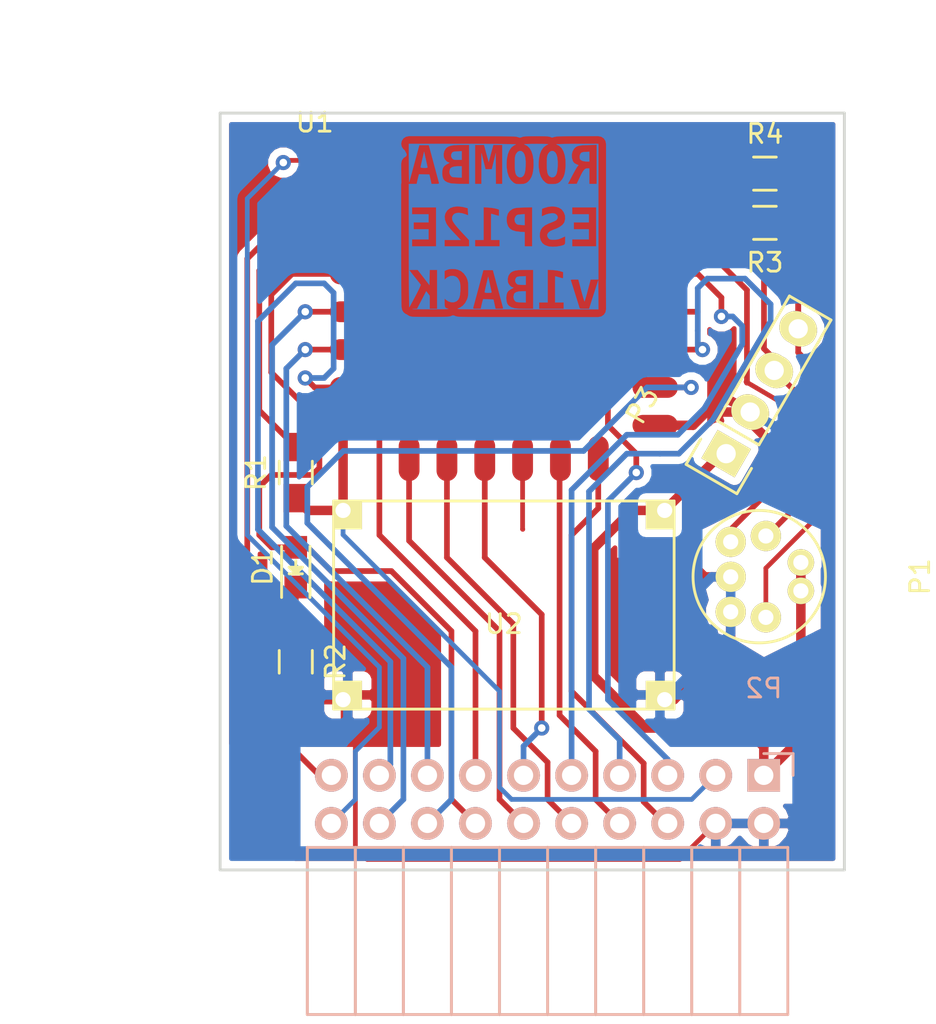
<source format=kicad_pcb>
(kicad_pcb (version 4) (host pcbnew "(2015-09-21 BZR 6208, Git 1d27d08)-product")

  (general
    (links 42)
    (no_connects 0)
    (area 165.000001 27.064444 416.696667 140.425001)
    (thickness 1.6)
    (drawings 7)
    (tracks 255)
    (zones 0)
    (modules 11)
    (nets 26)
  )

  (page A4)
  (layers
    (0 F.Cu signal)
    (31 B.Cu signal)
    (32 B.Adhes user)
    (33 F.Adhes user)
    (34 B.Paste user)
    (35 F.Paste user)
    (36 B.SilkS user)
    (37 F.SilkS user)
    (38 B.Mask user)
    (39 F.Mask user)
    (40 Dwgs.User user)
    (41 Cmts.User user)
    (42 Eco1.User user)
    (43 Eco2.User user)
    (44 Edge.Cuts user)
    (45 Margin user)
    (46 B.CrtYd user)
    (47 F.CrtYd user)
    (48 B.Fab user)
    (49 F.Fab user)
  )

  (setup
    (last_trace_width 0.3)
    (user_trace_width 0.25)
    (trace_clearance 0.25)
    (zone_clearance 0.4)
    (zone_45_only no)
    (trace_min 0.2)
    (segment_width 0.2)
    (edge_width 0.15)
    (via_size 0.8)
    (via_drill 0.4)
    (via_min_size 0.4)
    (via_min_drill 0.3)
    (uvia_size 0.3)
    (uvia_drill 0.1)
    (uvias_allowed no)
    (uvia_min_size 0.2)
    (uvia_min_drill 0.1)
    (pcb_text_width 0.3)
    (pcb_text_size 1.5 1.5)
    (mod_edge_width 0.15)
    (mod_text_size 1 1)
    (mod_text_width 0.15)
    (pad_size 1.524 1.524)
    (pad_drill 0.762)
    (pad_to_mask_clearance 0.2)
    (aux_axis_origin 0 0)
    (visible_elements FFFFFF7F)
    (pcbplotparams
      (layerselection 0x01000_80000001)
      (usegerberextensions false)
      (excludeedgelayer true)
      (linewidth 0.100000)
      (plotframeref false)
      (viasonmask false)
      (mode 1)
      (useauxorigin false)
      (hpglpennumber 1)
      (hpglpenspeed 20)
      (hpglpendiameter 15)
      (hpglpenoverlay 2)
      (psnegative false)
      (psa4output false)
      (plotreference true)
      (plotvalue true)
      (plotinvisibletext false)
      (padsonsilk false)
      (subtractmaskfromsilk false)
      (outputformat 1)
      (mirror false)
      (drillshape 0)
      (scaleselection 1)
      (outputdirectory "pcb production/"))
  )

  (net 0 "")
  (net 1 /GPIO16)
  (net 2 "Net-(D1-Pad1)")
  (net 3 /VBat)
  (net 4 GND)
  (net 5 VCC)
  (net 6 /GPIO0)
  (net 7 /ADC)
  (net 8 /GPIO2)
  (net 9 /RESET)
  (net 10 /GPIO5)
  (net 11 /SCK)
  (net 12 /GPIO9)
  (net 13 /MOSI)
  (net 14 /GPIO10)
  (net 15 /MISO)
  (net 16 /GPIO12)
  (net 17 /CS0)
  (net 18 /GPIO13)
  (net 19 /GPIO14)
  (net 20 /GPIO15)
  (net 21 "Net-(R1-Pad2)")
  (net 22 /DD)
  (net 23 /RX)
  (net 24 /TX_R)
  (net 25 /RX_R)

  (net_class Default "This is the default net class."
    (clearance 0.25)
    (trace_width 0.3)
    (via_dia 0.8)
    (via_drill 0.4)
    (uvia_dia 0.3)
    (uvia_drill 0.1)
    (add_net /ADC)
    (add_net /CS0)
    (add_net /DD)
    (add_net /GPIO0)
    (add_net /GPIO10)
    (add_net /GPIO12)
    (add_net /GPIO13)
    (add_net /GPIO14)
    (add_net /GPIO15)
    (add_net /GPIO16)
    (add_net /GPIO2)
    (add_net /GPIO5)
    (add_net /GPIO9)
    (add_net /MISO)
    (add_net /MOSI)
    (add_net /RESET)
    (add_net /RX)
    (add_net /RX_R)
    (add_net /SCK)
    (add_net /TX_R)
    (add_net "Net-(D1-Pad1)")
    (add_net "Net-(R1-Pad2)")
  )

  (net_class Power ""
    (clearance 0.25)
    (trace_width 0.5)
    (via_dia 0.8)
    (via_drill 0.4)
    (uvia_dia 0.3)
    (uvia_drill 0.1)
    (add_net /VBat)
    (add_net GND)
    (add_net VCC)
  )

  (net_class narrow ""
    (clearance 0.25)
    (trace_width 0.25)
    (via_dia 0.8)
    (via_drill 0.4)
    (uvia_dia 0.3)
    (uvia_drill 0.1)
  )

  (module LOGO (layer B.Cu) (tedit 0) (tstamp 5613AD28)
    (at 192 98 180)
    (fp_text reference G*** (at 0 0 180) (layer B.Cu) hide
      (effects (font (thickness 0.3)) (justify mirror))
    )
    (fp_text value LOGO (at 0.75 0 180) (layer B.Cu) hide
      (effects (font (thickness 0.3)) (justify mirror))
    )
    (fp_poly (pts (xy 5.020282 3.337278) (xy 5.019216 3.103751) (xy 5.017608 2.890835) (xy 5.015553 2.70443)
      (xy 5.013142 2.550431) (xy 5.01047 2.434738) (xy 5.007631 2.363248) (xy 5.004718 2.34186)
      (xy 5.004497 2.342444) (xy 4.994403 2.378778) (xy 4.971317 2.46308) (xy 4.937014 2.588839)
      (xy 4.893264 2.749544) (xy 4.841842 2.938684) (xy 4.78452 3.149748) (xy 4.73172 3.344333)
      (xy 4.471454 4.303889) (xy 3.965904 4.303889) (xy 3.706549 3.344333) (xy 3.64551 3.11845)
      (xy 3.588637 2.907896) (xy 3.53774 2.719371) (xy 3.494625 2.559576) (xy 3.461102 2.435209)
      (xy 3.438977 2.352971) (xy 3.430504 2.321278) (xy 3.424839 2.288722) (xy 3.436513 2.269766)
      (xy 3.476529 2.260738) (xy 3.55589 2.257966) (xy 3.620783 2.257778) (xy 3.827752 2.257778)
      (xy 3.882376 2.504722) (xy 3.937 2.751667) (xy 4.484126 2.767783) (xy 4.513001 2.663207)
      (xy 4.536603 2.572186) (xy 4.563567 2.460477) (xy 4.57554 2.408204) (xy 4.609204 2.257778)
      (xy 5.023555 2.257778) (xy 5.022697 -1.023056) (xy 5.022388 -1.447367) (xy 5.021704 -1.855)
      (xy 5.020671 -2.242511) (xy 5.019315 -2.606455) (xy 5.017662 -2.943389) (xy 5.015738 -3.249867)
      (xy 5.013568 -3.522445) (xy 5.01118 -3.757679) (xy 5.008598 -3.952125) (xy 5.005849 -4.102339)
      (xy 5.002959 -4.204875) (xy 4.999953 -4.25629) (xy 4.998275 -4.261556) (xy 4.865682 -4.020966)
      (xy 4.744745 -3.796852) (xy 4.637871 -3.593989) (xy 4.547465 -3.417156) (xy 4.475933 -3.27113)
      (xy 4.425681 -3.160688) (xy 4.399115 -3.09061) (xy 4.396581 -3.066754) (xy 4.42204 -3.03441)
      (xy 4.476228 -2.966245) (xy 4.552585 -2.870488) (xy 4.64455 -2.755371) (xy 4.708479 -2.675449)
      (xy 4.80485 -2.554123) (xy 4.887433 -2.448427) (xy 4.950322 -2.366062) (xy 4.987611 -2.314724)
      (xy 4.995333 -2.301505) (xy 4.969374 -2.294208) (xy 4.900533 -2.288757) (xy 4.802366 -2.286111)
      (xy 4.776158 -2.286) (xy 4.556983 -2.286) (xy 4.246992 -2.685658) (xy 3.937 -3.085316)
      (xy 3.929169 -2.685658) (xy 3.921339 -2.286) (xy 3.527778 -2.286) (xy 3.527778 -4.346222)
      (xy 3.922889 -4.346222) (xy 3.922889 -3.650927) (xy 4.013278 -3.533321) (xy 4.103667 -3.415714)
      (xy 4.586111 -4.343632) (xy 4.811889 -4.353294) (xy 4.834938 -4.355473) (xy 4.806051 -4.357643)
      (xy 4.729737 -4.359735) (xy 4.610503 -4.361682) (xy 4.452857 -4.363414) (xy 4.261309 -4.364865)
      (xy 4.040366 -4.365966) (xy 3.951111 -4.366274) (xy 3.713207 -4.366465) (xy 3.49692 -4.365599)
      (xy 3.307812 -4.363778) (xy 3.151443 -4.361103) (xy 3.033374 -4.357676) (xy 2.959166 -4.353599)
      (xy 2.934381 -4.348975) (xy 2.936759 -4.347683) (xy 3.0293 -4.316575) (xy 3.086901 -4.282751)
      (xy 3.117823 -4.232812) (xy 3.130325 -4.153359) (xy 3.132666 -4.030992) (xy 3.132667 -4.029865)
      (xy 3.132667 -3.800161) (xy 3.069167 -3.858224) (xy 2.934016 -3.950673) (xy 2.787613 -3.99708)
      (xy 2.641428 -3.995848) (xy 2.506929 -3.945377) (xy 2.495434 -3.938132) (xy 2.414688 -3.86301)
      (xy 2.356862 -3.755228) (xy 2.320088 -3.60869) (xy 2.302494 -3.417301) (xy 2.300305 -3.302)
      (xy 2.301593 -3.154335) (xy 2.307071 -3.048493) (xy 2.318848 -2.969891) (xy 2.339032 -2.903947)
      (xy 2.366837 -2.841926) (xy 2.441497 -2.722008) (xy 2.530751 -2.648127) (xy 2.648771 -2.609876)
      (xy 2.690952 -2.6039) (xy 2.840293 -2.614939) (xy 2.985599 -2.680608) (xy 3.069167 -2.745776)
      (xy 3.132667 -2.803839) (xy 3.132667 -2.343894) (xy 3.04222 -2.297122) (xy 2.913769 -2.254143)
      (xy 2.754456 -2.235644) (xy 2.584688 -2.242502) (xy 2.439444 -2.271192) (xy 2.265872 -2.350228)
      (xy 2.11596 -2.4763) (xy 1.99683 -2.642476) (xy 1.945748 -2.751667) (xy 1.917989 -2.829479)
      (xy 1.899165 -2.904371) (xy 1.887611 -2.990178) (xy 1.881663 -3.100739) (xy 1.879659 -3.249889)
      (xy 1.879577 -3.302) (xy 1.880734 -3.464514) (xy 1.885316 -3.584406) (xy 1.894992 -3.675468)
      (xy 1.911431 -3.751497) (xy 1.9363 -3.826286) (xy 1.946052 -3.851551) (xy 2.044306 -4.037146)
      (xy 2.175445 -4.186259) (xy 2.332282 -4.291477) (xy 2.399385 -4.319195) (xy 2.420679 -4.3268)
      (xy 2.436423 -4.333647) (xy 2.443915 -4.339778) (xy 2.440457 -4.345231) (xy 2.423346 -4.350049)
      (xy 2.389884 -4.354271) (xy 2.337369 -4.357938) (xy 2.263101 -4.361091) (xy 2.16438 -4.363769)
      (xy 2.038506 -4.366014) (xy 1.882778 -4.367867) (xy 1.694495 -4.369367) (xy 1.470958 -4.370555)
      (xy 1.209466 -4.371472) (xy 0.907318 -4.372158) (xy 0.561815 -4.372653) (xy 0.170255 -4.372999)
      (xy -0.270061 -4.373236) (xy -0.761834 -4.373404) (xy -1.220611 -4.373523) (xy -4.995333 -4.374444)
      (xy -4.992733 -3.605389) (xy -4.990132 -2.836333) (xy -4.839781 -3.302) (xy -4.781661 -3.482533)
      (xy -4.721459 -3.670436) (xy -4.664756 -3.848228) (xy -4.617135 -3.998426) (xy -4.598716 -4.056944)
      (xy -4.508003 -4.346222) (xy -4.259681 -4.346222) (xy -4.138032 -4.344705) (xy -4.061617 -4.338756)
      (xy -4.019273 -4.326278) (xy -3.999839 -4.305174) (xy -3.996803 -4.296833) (xy -3.98109 -4.245277)
      (xy -3.952105 -4.15182) (xy -3.91259 -4.025174) (xy -3.907076 -4.007556) (xy -3.160889 -4.007556)
      (xy -3.160889 -4.346222) (xy -1.862667 -4.346222) (xy -1.862667 -4.007556) (xy -2.314222 -4.007556)
      (xy -2.314222 -2.286) (xy -1.552222 -2.286) (xy -1.552222 -4.346222) (xy -1.121833 -4.345532)
      (xy -0.960175 -4.343373) (xy -0.808112 -4.337908) (xy -0.679472 -4.329874) (xy -0.588083 -4.320009)
      (xy -0.565631 -4.315849) (xy -0.563778 -4.315278) (xy 0.038173 -4.315278) (xy 0.049846 -4.334234)
      (xy 0.089862 -4.343262) (xy 0.169224 -4.346034) (xy 0.234116 -4.346222) (xy 0.441086 -4.346222)
      (xy 0.495709 -4.099278) (xy 0.550333 -3.852333) (xy 0.823896 -3.844275) (xy 1.09746 -3.836217)
      (xy 1.126335 -3.940793) (xy 1.149936 -4.031814) (xy 1.1769 -4.143523) (xy 1.188873 -4.195796)
      (xy 1.222537 -4.346222) (xy 1.430251 -4.346222) (xy 1.536367 -4.34534) (xy 1.597033 -4.34026)
      (xy 1.623242 -4.327328) (xy 1.625983 -4.302893) (xy 1.62134 -4.282722) (xy 1.610251 -4.241293)
      (xy 1.586206 -4.152083) (xy 1.551016 -4.021791) (xy 1.506492 -3.857116) (xy 1.454445 -3.664754)
      (xy 1.396686 -3.451405) (xy 1.344751 -3.259667) (xy 1.084787 -2.300111) (xy 0.579237 -2.300111)
      (xy 0.319883 -3.259667) (xy 0.258843 -3.48555) (xy 0.20197 -3.696104) (xy 0.151073 -3.884629)
      (xy 0.107959 -4.044424) (xy 0.074435 -4.168791) (xy 0.05231 -4.251029) (xy 0.043838 -4.282722)
      (xy 0.038173 -4.315278) (xy -0.563778 -4.315278) (xy -0.391573 -4.262226) (xy -0.266633 -4.188982)
      (xy -0.184859 -4.08887) (xy -0.1403 -3.95464) (xy -0.127 -3.781778) (xy -0.136882 -3.617901)
      (xy -0.171034 -3.495446) (xy -0.236218 -3.402173) (xy -0.339194 -3.325844) (xy -0.395429 -3.29585)
      (xy -0.47599 -3.253156) (xy -0.507364 -3.228381) (xy -0.492836 -3.218646) (xy -0.484011 -3.218239)
      (xy -0.410917 -3.193403) (xy -0.332672 -3.130901) (xy -0.263593 -3.04605) (xy -0.217995 -2.954164)
      (xy -0.210716 -2.92586) (xy -0.201714 -2.757026) (xy -0.237332 -2.603603) (xy -0.314527 -2.478252)
      (xy -0.31965 -2.472708) (xy -0.394795 -2.406971) (xy -0.485131 -2.357644) (xy -0.599026 -2.322806)
      (xy -0.744848 -2.300541) (xy -0.930964 -2.288929) (xy -1.134011 -2.286) (xy -1.552222 -2.286)
      (xy -2.314222 -2.286) (xy -2.314222 -2.279267) (xy -2.575278 -2.294084) (xy -2.712838 -2.306303)
      (xy -2.848868 -2.325757) (xy -2.959534 -2.348838) (xy -2.9845 -2.356017) (xy -3.132667 -2.403135)
      (xy -3.132667 -2.570345) (xy -3.131571 -2.659038) (xy -3.128727 -2.719667) (xy -3.125521 -2.737556)
      (xy -3.09698 -2.730387) (xy -3.028317 -2.711478) (xy -2.933647 -2.684723) (xy -2.921 -2.681111)
      (xy -2.824123 -2.653666) (xy -2.751531 -2.633591) (xy -2.717339 -2.624782) (xy -2.716479 -2.624667)
      (xy -2.714507 -2.651617) (xy -2.712743 -2.727377) (xy -2.711267 -2.844315) (xy -2.710157 -2.994797)
      (xy -2.709492 -3.171189) (xy -2.709333 -3.316111) (xy -2.709333 -4.007556) (xy -3.160889 -4.007556)
      (xy -3.907076 -4.007556) (xy -3.865285 -3.874049) (xy -3.812928 -3.707157) (xy -3.758262 -3.533211)
      (xy -3.704024 -3.360922) (xy -3.652957 -3.199) (xy -3.607799 -3.056158) (xy -3.571291 -2.941108)
      (xy -3.546173 -2.86256) (xy -3.535204 -2.829278) (xy -3.54345 -2.810133) (xy -3.590981 -2.79891)
      (xy -3.685026 -2.794296) (xy -3.729502 -2.794) (xy -3.937265 -2.794) (xy -4.091535 -3.372556)
      (xy -4.137885 -3.543671) (xy -4.180177 -3.694703) (xy -4.216073 -3.817709) (xy -4.243233 -3.904744)
      (xy -4.259319 -3.947864) (xy -4.261889 -3.951111) (xy -4.27357 -3.925123) (xy -4.297128 -3.852456)
      (xy -4.330224 -3.741056) (xy -4.370521 -3.598871) (xy -4.415681 -3.433845) (xy -4.432042 -3.372769)
      (xy -4.586111 -2.794427) (xy -4.790722 -2.794213) (xy -4.995333 -2.794) (xy -4.995333 1.016)
      (xy -4.882445 1.016) (xy -4.882445 -1.044222) (xy -3.612445 -1.044222) (xy -3.612445 -0.677333)
      (xy -4.487333 -0.677333) (xy -4.487333 -0.510965) (xy -3.245556 -0.510965) (xy -3.245556 -0.720156)
      (xy -3.243641 -0.830385) (xy -3.231199 -0.903573) (xy -3.198186 -0.951008) (xy -3.134557 -0.98398)
      (xy -3.030267 -1.013776) (xy -2.971488 -1.028164) (xy -2.774423 -1.060347) (xy -2.567845 -1.067659)
      (xy -2.378598 -1.049505) (xy -2.352644 -1.044222) (xy -1.495778 -1.044222) (xy -1.100667 -1.044222)
      (xy -1.100667 -0.705556) (xy 0.225778 -0.705556) (xy 0.225778 -1.044222) (xy 1.524 -1.044222)
      (xy 1.524 -0.718679) (xy 1.834444 -0.718679) (xy 1.834444 -1.044222) (xy 3.132667 -1.044222)
      (xy 3.132667 -0.705556) (xy 2.280829 -0.705556) (xy 2.621889 -0.348754) (xy 2.791209 -0.165839)
      (xy 2.919059 -0.01439) (xy 3.008275 0.109101) (xy 3.047808 0.177865) (xy 3.116847 0.36534)
      (xy 3.1316 0.541277) (xy 3.09227 0.703788) (xy 2.999063 0.85099) (xy 2.971289 0.881193)
      (xy 2.831436 0.984766) (xy 2.744977 1.016) (xy 3.584222 1.016) (xy 3.584222 -1.044222)
      (xy 4.854222 -1.044222) (xy 4.854222 -0.677333) (xy 3.979333 -0.677333) (xy 3.979333 -0.141111)
      (xy 4.769555 -0.141111) (xy 4.769555 0.225778) (xy 3.979333 0.225778) (xy 3.979333 0.649111)
      (xy 4.854222 0.649111) (xy 4.854222 1.016) (xy 3.584222 1.016) (xy 2.744977 1.016)
      (xy 2.656488 1.047967) (xy 2.45162 1.069977) (xy 2.222007 1.049974) (xy 2.088444 1.02113)
      (xy 1.905 0.973667) (xy 1.896706 0.785408) (xy 1.888412 0.597148) (xy 2.03275 0.651993)
      (xy 2.222781 0.708832) (xy 2.39078 0.728471) (xy 2.531124 0.711631) (xy 2.63819 0.659033)
      (xy 2.706356 0.571396) (xy 2.708975 0.565309) (xy 2.732115 0.49237) (xy 2.737232 0.419939)
      (xy 2.721124 0.342459) (xy 2.680591 0.254369) (xy 2.612434 0.15011) (xy 2.513451 0.024121)
      (xy 2.380442 -0.129157) (xy 2.210208 -0.315283) (xy 2.188912 -0.338173) (xy 1.834444 -0.718679)
      (xy 1.524 -0.718679) (xy 1.524 -0.705556) (xy 1.072444 -0.705556) (xy 1.072444 1.022733)
      (xy 0.811389 1.007916) (xy 0.673828 0.995697) (xy 0.537799 0.976243) (xy 0.427132 0.953162)
      (xy 0.402167 0.945983) (xy 0.254 0.898865) (xy 0.254 0.731655) (xy 0.255095 0.642962)
      (xy 0.257939 0.582333) (xy 0.261145 0.564444) (xy 0.289687 0.571613) (xy 0.35835 0.590522)
      (xy 0.45302 0.617277) (xy 0.465666 0.620889) (xy 0.562543 0.648334) (xy 0.635135 0.668409)
      (xy 0.669328 0.677218) (xy 0.670188 0.677333) (xy 0.67216 0.650383) (xy 0.673923 0.574623)
      (xy 0.6754 0.457685) (xy 0.676509 0.307203) (xy 0.677174 0.130811) (xy 0.677333 -0.014111)
      (xy 0.677333 -0.705556) (xy 0.225778 -0.705556) (xy -1.100667 -0.705556) (xy -1.100667 -0.290051)
      (xy -0.847202 -0.275599) (xy -0.623 -0.247864) (xy -0.445707 -0.191368) (xy -0.312286 -0.103641)
      (xy -0.219697 0.017785) (xy -0.164904 0.175381) (xy -0.148584 0.292275) (xy -0.15293 0.500764)
      (xy -0.201861 0.674671) (xy -0.295424 0.814089) (xy -0.433667 0.919111) (xy -0.478846 0.941668)
      (xy -0.538012 0.964898) (xy -0.604939 0.981873) (xy -0.690517 0.99391) (xy -0.80564 1.002325)
      (xy -0.9612 1.008436) (xy -1.051278 1.010885) (xy -1.495778 1.021914) (xy -1.495778 -1.044222)
      (xy -2.352644 -1.044222) (xy -2.342445 -1.042146) (xy -2.169178 -0.979071) (xy -2.037949 -0.878329)
      (xy -1.948761 -0.739924) (xy -1.901621 -0.563864) (xy -1.897045 -0.52189) (xy -1.900413 -0.33665)
      (xy -1.946467 -0.178948) (xy -2.038078 -0.045097) (xy -2.178113 0.068587) (xy -2.369444 0.165792)
      (xy -2.459301 0.200286) (xy -2.580214 0.247466) (xy -2.686704 0.296284) (xy -2.763316 0.339318)
      (xy -2.786945 0.35766) (xy -2.839182 0.442161) (xy -2.842328 0.531634) (xy -2.800929 0.613482)
      (xy -2.719536 0.675109) (xy -2.665359 0.694378) (xy -2.550037 0.703905) (xy -2.406522 0.68723)
      (xy -2.254718 0.647692) (xy -2.155606 0.608854) (xy -2.001346 0.538231) (xy -2.009617 0.74105)
      (xy -2.017889 0.943869) (xy -2.159 0.996226) (xy -2.355608 1.049503) (xy -2.553546 1.067625)
      (xy -2.741266 1.051849) (xy -2.907219 1.003434) (xy -3.039858 0.923637) (xy -3.068148 0.897199)
      (xy -3.174263 0.750925) (xy -3.233546 0.586149) (xy -3.244148 0.414343) (xy -3.204219 0.246983)
      (xy -3.180945 0.197141) (xy -3.094244 0.087699) (xy -2.954716 -0.015519) (xy -2.765835 -0.110296)
      (xy -2.604296 -0.171038) (xy -2.455488 -0.237089) (xy -2.352842 -0.317727) (xy -2.298845 -0.408563)
      (xy -2.295984 -0.505206) (xy -2.346749 -0.603266) (xy -2.354246 -0.61226) (xy -2.392641 -0.652226)
      (xy -2.432753 -0.675755) (xy -2.490185 -0.687049) (xy -2.580539 -0.690308) (xy -2.643775 -0.690233)
      (xy -2.774165 -0.685555) (xy -2.875863 -0.669188) (xy -2.976333 -0.63511) (xy -3.055306 -0.599994)
      (xy -3.245556 -0.510965) (xy -4.487333 -0.510965) (xy -4.487333 -0.141111) (xy -3.697111 -0.141111)
      (xy -3.697111 0.225778) (xy -4.487333 0.225778) (xy -4.487333 0.649111) (xy -3.612445 0.649111)
      (xy -3.612445 1.016) (xy -4.882445 1.016) (xy -4.995333 1.016) (xy -4.995333 2.257778)
      (xy -4.910667 2.257778) (xy -4.515556 2.257778) (xy -4.515556 3.076222) (xy -4.420584 3.076222)
      (xy -4.350675 3.068183) (xy -4.288918 3.039627) (xy -4.229552 2.983901) (xy -4.166812 2.894348)
      (xy -4.094937 2.764314) (xy -4.021667 2.615544) (xy -3.852333 2.260827) (xy -3.618078 2.259302)
      (xy -3.383822 2.257778) (xy -3.609336 2.688167) (xy -3.687414 2.834714) (xy -3.76059 2.967553)
      (xy -3.823285 3.076891) (xy -3.869915 3.152931) (xy -3.890605 3.181786) (xy -3.94636 3.245016)
      (xy -3.820901 3.300513) (xy -3.727216 3.354364) (xy -3.66596 3.427224) (xy -3.640452 3.477171)
      (xy -3.59225 3.641961) (xy -3.588555 3.813028) (xy -3.627482 3.97528) (xy -3.707145 4.113628)
      (xy -3.722118 4.130976) (xy -3.781198 4.188677) (xy -3.845219 4.232057) (xy -3.923479 4.263424)
      (xy -4.02528 4.285088) (xy -4.159919 4.299355) (xy -4.336696 4.308534) (xy -4.452056 4.312164)
      (xy -4.910667 4.324627) (xy -4.910667 2.257778) (xy -4.995333 2.257778) (xy -4.995333 4.374444)
      (xy -3.845278 4.372019) (xy -3.579022 4.3709) (xy -3.343508 4.368793) (xy -3.142872 4.365799)
      (xy -2.981247 4.36202) (xy -2.862771 4.357558) (xy -2.791578 4.352513) (xy -2.771803 4.346988)
      (xy -2.774669 4.345746) (xy -2.927161 4.271377) (xy -3.05319 4.149526) (xy -3.15145 3.983238)
      (xy -3.220633 3.775561) (xy -3.259433 3.529541) (xy -3.266543 3.248225) (xy -3.264798 3.203222)
      (xy -3.246448 2.973976) (xy -3.213269 2.789218) (xy -3.162359 2.638265) (xy -3.090814 2.510436)
      (xy -3.06803 2.479086) (xy -2.971533 2.369343) (xy -2.872209 2.298373) (xy -2.754422 2.259075)
      (xy -2.602535 2.244353) (xy -2.549487 2.243667) (xy -2.430446 2.245546) (xy -2.349168 2.254202)
      (xy -2.287017 2.274161) (xy -2.225354 2.309953) (xy -2.197377 2.329206) (xy -2.056405 2.46273)
      (xy -1.950001 2.640792) (xy -1.878208 2.863274) (xy -1.84107 3.130059) (xy -1.835425 3.302)
      (xy -1.85196 3.586525) (xy -1.901044 3.83012) (xy -1.981897 4.031141) (xy -2.093737 4.187943)
      (xy -2.235783 4.29888) (xy -2.328333 4.340393) (xy -2.34117 4.349878) (xy -2.316746 4.357298)
      (xy -2.251425 4.362824) (xy -2.141569 4.36663) (xy -1.983541 4.368886) (xy -1.773704 4.369767)
      (xy -1.707445 4.369791) (xy -1.495871 4.368856) (xy -1.323075 4.36628) (xy -1.1929 4.362211)
      (xy -1.109192 4.356795) (xy -1.075793 4.35018) (xy -1.081335 4.345746) (xy -1.233827 4.271377)
      (xy -1.359857 4.149526) (xy -1.458117 3.983238) (xy -1.5273 3.775561) (xy -1.5661 3.529541)
      (xy -1.57321 3.248225) (xy -1.571465 3.203222) (xy -1.553114 2.973976) (xy -1.519935 2.789218)
      (xy -1.469025 2.638265) (xy -1.397481 2.510436) (xy -1.374696 2.479086) (xy -1.2782 2.369343)
      (xy -1.178876 2.298373) (xy -1.061089 2.259075) (xy -0.909201 2.244353) (xy -0.856154 2.243667)
      (xy -0.737113 2.245546) (xy -0.655835 2.254202) (xy -0.593683 2.274161) (xy -0.532021 2.309953)
      (xy -0.504043 2.329206) (xy -0.363072 2.46273) (xy -0.256667 2.640792) (xy -0.184875 2.863274)
      (xy -0.147737 3.130059) (xy -0.142091 3.302) (xy -0.158626 3.586525) (xy -0.207711 3.83012)
      (xy -0.288563 4.031141) (xy -0.400403 4.187943) (xy -0.54245 4.29888) (xy -0.585076 4.318)
      (xy 0.084667 4.318) (xy 0.084667 2.257778) (xy 0.423333 2.257778) (xy 0.425607 3.069167)
      (xy 0.427882 3.880556) (xy 0.531974 3.457222) (xy 0.636067 3.033889) (xy 0.971737 3.033889)
      (xy 1.076924 3.457222) (xy 1.182111 3.880556) (xy 1.185333 2.257778) (xy 1.524 2.257778)
      (xy 1.524 4.318) (xy 1.834444 4.318) (xy 1.834444 2.257778) (xy 2.264833 2.258468)
      (xy 2.426492 2.260627) (xy 2.578555 2.266092) (xy 2.707194 2.274126) (xy 2.798584 2.283991)
      (xy 2.821035 2.288151) (xy 2.995094 2.341774) (xy 3.120034 2.415018) (xy 3.201807 2.51513)
      (xy 3.246367 2.64936) (xy 3.259667 2.822222) (xy 3.249785 2.986099) (xy 3.215632 3.108554)
      (xy 3.150449 3.201827) (xy 3.047473 3.278156) (xy 2.991237 3.30815) (xy 2.910676 3.350844)
      (xy 2.879303 3.375619) (xy 2.89383 3.385354) (xy 2.902655 3.385761) (xy 2.97575 3.410597)
      (xy 3.053994 3.473099) (xy 3.123074 3.55795) (xy 3.168672 3.649836) (xy 3.17595 3.67814)
      (xy 3.184953 3.846974) (xy 3.149335 4.000397) (xy 3.07214 4.125748) (xy 3.067017 4.131292)
      (xy 2.991872 4.197029) (xy 2.901536 4.246356) (xy 2.787641 4.281194) (xy 2.641819 4.303459)
      (xy 2.455703 4.315071) (xy 2.252655 4.318) (xy 1.834444 4.318) (xy 1.524 4.318)
      (xy 1.046398 4.318) (xy 1.01446 4.198056) (xy 0.994219 4.122631) (xy 0.963498 4.00887)
      (xy 0.926659 3.872893) (xy 0.892275 3.746316) (xy 0.802028 3.41452) (xy 0.766602 3.54876)
      (xy 0.744448 3.631676) (xy 0.712108 3.751422) (xy 0.674349 3.890401) (xy 0.64429 4.0005)
      (xy 0.557404 4.318) (xy 0.084667 4.318) (xy -0.585076 4.318) (xy -0.635 4.340393)
      (xy -0.630704 4.345634) (xy -0.585322 4.35035) (xy -0.497383 4.35456) (xy -0.365421 4.358279)
      (xy -0.187966 4.361525) (xy 0.036452 4.364313) (xy 0.309299 4.366662) (xy 0.632047 4.368587)
      (xy 1.006162 4.370106) (xy 1.433114 4.371235) (xy 1.914372 4.371991) (xy 2.151944 4.372216)
      (xy 5.023555 4.374444) (xy 5.020282 3.337278)) (layer B.Cu) (width 0.01))
    (fp_poly (pts (xy -2.426278 3.953412) (xy -2.347468 3.85859) (xy -2.328333 3.823715) (xy -2.305115 3.76998)
      (xy -2.289156 3.709793) (xy -2.279172 3.631597) (xy -2.273877 3.523833) (xy -2.271985 3.374945)
      (xy -2.271889 3.316111) (xy -2.274997 3.112157) (xy -2.285578 2.955875) (xy -2.305514 2.83877)
      (xy -2.336689 2.752346) (xy -2.380988 2.688109) (xy -2.418849 2.65333) (xy -2.517139 2.603169)
      (xy -2.614685 2.609236) (xy -2.677813 2.642466) (xy -2.741677 2.707601) (xy -2.788526 2.805294)
      (xy -2.820472 2.942532) (xy -2.839627 3.126302) (xy -2.843082 3.189111) (xy -2.845031 3.447583)
      (xy -2.824215 3.655537) (xy -2.780263 3.814269) (xy -2.712803 3.925073) (xy -2.621465 3.989245)
      (xy -2.612807 3.992513) (xy -2.516833 3.999304) (xy -2.426278 3.953412)) (layer B.Cu) (width 0.01))
    (fp_poly (pts (xy -0.732945 3.953412) (xy -0.654135 3.85859) (xy -0.635 3.823715) (xy -0.611782 3.76998)
      (xy -0.595823 3.709793) (xy -0.585838 3.631597) (xy -0.580543 3.523833) (xy -0.578652 3.374945)
      (xy -0.578556 3.316111) (xy -0.581664 3.112157) (xy -0.592244 2.955875) (xy -0.61218 2.83877)
      (xy -0.643356 2.752346) (xy -0.687654 2.688109) (xy -0.725516 2.65333) (xy -0.823805 2.603169)
      (xy -0.921351 2.609236) (xy -0.98448 2.642466) (xy -1.048344 2.707601) (xy -1.095193 2.805294)
      (xy -1.127138 2.942532) (xy -1.146294 3.126302) (xy -1.149749 3.189111) (xy -1.151698 3.447583)
      (xy -1.130882 3.655537) (xy -1.08693 3.814269) (xy -1.01947 3.925073) (xy -0.928132 3.989245)
      (xy -0.919474 3.992513) (xy -0.8235 3.999304) (xy -0.732945 3.953412)) (layer B.Cu) (width 0.01))
    (fp_poly (pts (xy 4.30814 3.564429) (xy 4.341327 3.421632) (xy 4.369372 3.297176) (xy 4.389868 3.202028)
      (xy 4.400411 3.147156) (xy 4.401297 3.139722) (xy 4.380918 3.118799) (xy 4.314294 3.107394)
      (xy 4.215932 3.104444) (xy 4.116558 3.105603) (xy 4.06195 3.111925) (xy 4.040438 3.127685)
      (xy 4.04035 3.157154) (xy 4.04247 3.167944) (xy 4.053453 3.218776) (xy 4.073912 3.311988)
      (xy 4.101048 3.434867) (xy 4.132059 3.574702) (xy 4.136048 3.592651) (xy 4.216353 3.953858)
      (xy 4.30814 3.564429)) (layer B.Cu) (width 0.01))
    (fp_poly (pts (xy -0.779246 -3.427673) (xy -0.645987 -3.465504) (xy -0.560989 -3.527603) (xy -0.536043 -3.570583)
      (xy -0.508254 -3.706103) (xy -0.527547 -3.830896) (xy -0.576093 -3.91426) (xy -0.612447 -3.952136)
      (xy -0.651645 -3.97624) (xy -0.707662 -3.990408) (xy -0.794472 -3.998473) (xy -0.900649 -4.003308)
      (xy -1.157111 -4.013172) (xy -1.157111 -3.414889) (xy -0.958649 -3.414889) (xy -0.779246 -3.427673)) (layer B.Cu) (width 0.01))
    (fp_poly (pts (xy -0.928569 -2.629069) (xy -0.810745 -2.636399) (xy -0.734927 -2.647958) (xy -0.68668 -2.667668)
      (xy -0.651565 -2.699451) (xy -0.646347 -2.705739) (xy -0.598818 -2.804464) (xy -0.602884 -2.908581)
      (xy -0.657746 -3.002655) (xy -0.66194 -3.006949) (xy -0.704592 -3.043117) (xy -0.75321 -3.064035)
      (xy -0.824185 -3.073726) (xy -0.933908 -3.076214) (xy -0.944162 -3.076222) (xy -1.157111 -3.076222)
      (xy -1.157111 -2.61869) (xy -0.928569 -2.629069)) (layer B.Cu) (width 0.01))
    (fp_poly (pts (xy 0.921474 -3.039571) (xy 0.954661 -3.182368) (xy 0.982705 -3.306824) (xy 1.003202 -3.401972)
      (xy 1.013744 -3.456844) (xy 1.01463 -3.464278) (xy 0.994251 -3.485201) (xy 0.927628 -3.496606)
      (xy 0.829265 -3.499556) (xy 0.729891 -3.498397) (xy 0.675283 -3.492075) (xy 0.653771 -3.476315)
      (xy 0.653683 -3.446846) (xy 0.655804 -3.436056) (xy 0.666786 -3.385224) (xy 0.687245 -3.292012)
      (xy 0.714381 -3.169133) (xy 0.745392 -3.029298) (xy 0.749382 -3.011349) (xy 0.829686 -2.650142)
      (xy 0.921474 -3.039571)) (layer B.Cu) (width 0.01))
    (fp_poly (pts (xy -0.899709 0.644126) (xy -0.789972 0.635451) (xy -0.719617 0.620903) (xy -0.671578 0.594791)
      (xy -0.631598 0.5547) (xy -0.574933 0.450182) (xy -0.564445 0.366889) (xy -0.588091 0.246798)
      (xy -0.631598 0.179078) (xy -0.674213 0.136937) (xy -0.723134 0.111702) (xy -0.795423 0.09768)
      (xy -0.899709 0.089652) (xy -1.100667 0.078297) (xy -1.100667 0.655481) (xy -0.899709 0.644126)) (layer B.Cu) (width 0.01))
    (fp_poly (pts (xy -4.314604 3.946126) (xy -4.202836 3.936915) (xy -4.131759 3.921629) (xy -4.085636 3.895507)
      (xy -4.060604 3.869259) (xy -4.020927 3.784463) (xy -4.007473 3.676832) (xy -4.023675 3.575168)
      (xy -4.025087 3.571376) (xy -4.075851 3.512321) (xy -4.170038 3.46891) (xy -4.295722 3.445725)
      (xy -4.358932 3.443111) (xy -4.515556 3.443111) (xy -4.515556 3.957481) (xy -4.314604 3.946126)) (layer B.Cu) (width 0.01))
    (fp_poly (pts (xy 2.607421 3.176327) (xy 2.74068 3.138496) (xy 2.825678 3.076397) (xy 2.850624 3.033417)
      (xy 2.878413 2.897897) (xy 2.859119 2.773104) (xy 2.810573 2.68974) (xy 2.774219 2.651864)
      (xy 2.735022 2.62776) (xy 2.679005 2.613592) (xy 2.592195 2.605527) (xy 2.486018 2.600692)
      (xy 2.229555 2.590828) (xy 2.229555 3.189111) (xy 2.428017 3.189111) (xy 2.607421 3.176327)) (layer B.Cu) (width 0.01))
    (fp_poly (pts (xy 2.458098 3.974931) (xy 2.575922 3.967601) (xy 2.651739 3.956042) (xy 2.699987 3.936332)
      (xy 2.735101 3.904549) (xy 2.74032 3.898261) (xy 2.787848 3.799536) (xy 2.783782 3.695419)
      (xy 2.728921 3.601345) (xy 2.724727 3.597051) (xy 2.682074 3.560883) (xy 2.633457 3.539965)
      (xy 2.562482 3.530274) (xy 2.452758 3.527786) (xy 2.442505 3.527778) (xy 2.229555 3.527778)
      (xy 2.229555 3.98531) (xy 2.458098 3.974931)) (layer B.Cu) (width 0.01))
  )

  (module Resistors_SMD:R_0805_HandSoldering (layer F.Cu) (tedit 54189DEE) (tstamp 56008534)
    (at 181 121 270)
    (descr "Resistor SMD 0805, hand soldering")
    (tags "resistor 0805")
    (path /55D5C7B0)
    (attr smd)
    (fp_text reference R2 (at 0 -2.1 270) (layer F.SilkS)
      (effects (font (size 1 1) (thickness 0.15)))
    )
    (fp_text value 1K (at 0 2.1 270) (layer F.Fab)
      (effects (font (size 1 1) (thickness 0.15)))
    )
    (fp_line (start -2.4 -1) (end 2.4 -1) (layer F.CrtYd) (width 0.05))
    (fp_line (start -2.4 1) (end 2.4 1) (layer F.CrtYd) (width 0.05))
    (fp_line (start -2.4 -1) (end -2.4 1) (layer F.CrtYd) (width 0.05))
    (fp_line (start 2.4 -1) (end 2.4 1) (layer F.CrtYd) (width 0.05))
    (fp_line (start 0.6 0.875) (end -0.6 0.875) (layer F.SilkS) (width 0.15))
    (fp_line (start -0.6 -0.875) (end 0.6 -0.875) (layer F.SilkS) (width 0.15))
    (pad 1 smd rect (at -1.35 0 270) (size 1.5 1.3) (layers F.Cu F.Paste F.Mask)
      (net 2 "Net-(D1-Pad1)"))
    (pad 2 smd rect (at 1.35 0 270) (size 1.5 1.3) (layers F.Cu F.Paste F.Mask)
      (net 4 GND))
    (model Resistors_SMD.3dshapes/R_0805_HandSoldering.wrl
      (at (xyz 0 0 0))
      (scale (xyz 1 1 1))
      (rotate (xyz 0 0 0))
    )
  )

  (module LM2596:LM2596_module (layer F.Cu) (tedit 56008445) (tstamp 56008556)
    (at 192 118)
    (path /56006BDB)
    (fp_text reference U2 (at 0 1) (layer F.SilkS)
      (effects (font (size 1 1) (thickness 0.15)))
    )
    (fp_text value LM2596_module (at 0 -1) (layer F.Fab)
      (effects (font (size 1 1) (thickness 0.15)))
    )
    (fp_line (start -9 -5.5) (end 9 -5.5) (layer F.SilkS) (width 0.15))
    (fp_line (start 9 -5.5) (end 9 5.5) (layer F.SilkS) (width 0.15))
    (fp_line (start 9 5.5) (end -9 5.5) (layer F.SilkS) (width 0.15))
    (fp_line (start -9 5.5) (end -9 -5.5) (layer F.SilkS) (width 0.15))
    (pad 1 thru_hole rect (at -8.5 -5) (size 1.5 1.5) (drill 0.8 (offset 0.25 0.25)) (layers *.Cu *.Mask F.SilkS)
      (net 5 VCC))
    (pad 2 thru_hole rect (at -8.5 5) (size 1.5 1.5) (drill 0.8 (offset 0.25 -0.25)) (layers *.Cu *.Mask F.SilkS)
      (net 4 GND))
    (pad 3 thru_hole rect (at 8.5 5) (size 1.5 1.5) (drill 0.8 (offset -0.25 -0.25)) (layers *.Cu *.Mask F.SilkS)
      (net 4 GND))
    (pad 4 thru_hole rect (at 8.5 -5) (size 1.5 1.5) (drill 0.8 (offset -0.25 0.25)) (layers *.Cu *.Mask F.SilkS)
      (net 3 /VBat))
  )

  (module LEDs:LED-0805 (layer F.Cu) (tedit 55BDE1C2) (tstamp 56008510)
    (at 181 116 90)
    (descr "LED 0805 smd package")
    (tags "LED 0805 SMD")
    (path /55D5C706)
    (attr smd)
    (fp_text reference D1 (at 0 -1.75 90) (layer F.SilkS)
      (effects (font (size 1 1) (thickness 0.15)))
    )
    (fp_text value LED (at 0 1.75 90) (layer F.Fab)
      (effects (font (size 1 1) (thickness 0.15)))
    )
    (fp_line (start -1.6 0.75) (end 1.1 0.75) (layer F.SilkS) (width 0.15))
    (fp_line (start -1.6 -0.75) (end 1.1 -0.75) (layer F.SilkS) (width 0.15))
    (fp_line (start -0.1 0.15) (end -0.1 -0.1) (layer F.SilkS) (width 0.15))
    (fp_line (start -0.1 -0.1) (end -0.25 0.05) (layer F.SilkS) (width 0.15))
    (fp_line (start -0.35 -0.35) (end -0.35 0.35) (layer F.SilkS) (width 0.15))
    (fp_line (start 0 0) (end 0.35 0) (layer F.SilkS) (width 0.15))
    (fp_line (start -0.35 0) (end 0 -0.35) (layer F.SilkS) (width 0.15))
    (fp_line (start 0 -0.35) (end 0 0.35) (layer F.SilkS) (width 0.15))
    (fp_line (start 0 0.35) (end -0.35 0) (layer F.SilkS) (width 0.15))
    (fp_line (start 1.9 -0.95) (end 1.9 0.95) (layer F.CrtYd) (width 0.05))
    (fp_line (start 1.9 0.95) (end -1.9 0.95) (layer F.CrtYd) (width 0.05))
    (fp_line (start -1.9 0.95) (end -1.9 -0.95) (layer F.CrtYd) (width 0.05))
    (fp_line (start -1.9 -0.95) (end 1.9 -0.95) (layer F.CrtYd) (width 0.05))
    (pad 2 smd rect (at 1.04902 0 270) (size 1.19888 1.19888) (layers F.Cu F.Paste F.Mask)
      (net 1 /GPIO16))
    (pad 1 smd rect (at -1.04902 0 270) (size 1.19888 1.19888) (layers F.Cu F.Paste F.Mask)
      (net 2 "Net-(D1-Pad1)"))
    (model LEDs.3dshapes/LED-0805.wrl
      (at (xyz 0 0 0))
      (scale (xyz 1 1 1))
      (rotate (xyz 0 0 0))
    )
  )

  (module Resistors_SMD:R_0805_HandSoldering (layer F.Cu) (tedit 54189DEE) (tstamp 5600852E)
    (at 181 111 90)
    (descr "Resistor SMD 0805, hand soldering")
    (tags "resistor 0805")
    (path /55D5BCB9)
    (attr smd)
    (fp_text reference R1 (at 0 -2.1 90) (layer F.SilkS)
      (effects (font (size 1 1) (thickness 0.15)))
    )
    (fp_text value 10K (at 0 2.1 90) (layer F.Fab)
      (effects (font (size 1 1) (thickness 0.15)))
    )
    (fp_line (start -2.4 -1) (end 2.4 -1) (layer F.CrtYd) (width 0.05))
    (fp_line (start -2.4 1) (end 2.4 1) (layer F.CrtYd) (width 0.05))
    (fp_line (start -2.4 -1) (end -2.4 1) (layer F.CrtYd) (width 0.05))
    (fp_line (start 2.4 -1) (end 2.4 1) (layer F.CrtYd) (width 0.05))
    (fp_line (start 0.6 0.875) (end -0.6 0.875) (layer F.SilkS) (width 0.15))
    (fp_line (start -0.6 -0.875) (end 0.6 -0.875) (layer F.SilkS) (width 0.15))
    (pad 1 smd rect (at -1.35 0 90) (size 1.5 1.3) (layers F.Cu F.Paste F.Mask)
      (net 5 VCC))
    (pad 2 smd rect (at 1.35 0 90) (size 1.5 1.3) (layers F.Cu F.Paste F.Mask)
      (net 21 "Net-(R1-Pad2)"))
    (model Resistors_SMD.3dshapes/R_0805_HandSoldering.wrl
      (at (xyz 0 0 0))
      (scale (xyz 1 1 1))
      (rotate (xyz 0 0 0))
    )
  )

  (module ESP8266:ESP-12E (layer F.Cu) (tedit 559F8D21) (tstamp 5600854E)
    (at 184 94.5)
    (descr "Module, ESP-8266, ESP-12, 16 pad, SMD")
    (tags "Module ESP-8266 ESP8266")
    (path /55D49229)
    (fp_text reference U1 (at -2 -2) (layer F.SilkS)
      (effects (font (size 1 1) (thickness 0.15)))
    )
    (fp_text value ESP-12E (at 8 1) (layer F.Fab)
      (effects (font (size 1 1) (thickness 0.15)))
    )
    (fp_line (start 16 -8.4) (end 0 -2.6) (layer F.CrtYd) (width 0.1524))
    (fp_line (start 0 -8.4) (end 16 -2.6) (layer F.CrtYd) (width 0.1524))
    (fp_text user "No Copper" (at 7.9 -5.4) (layer F.CrtYd)
      (effects (font (size 1 1) (thickness 0.15)))
    )
    (fp_line (start 0 -8.4) (end 0 -2.6) (layer F.CrtYd) (width 0.1524))
    (fp_line (start 0 -2.6) (end 16 -2.6) (layer F.CrtYd) (width 0.1524))
    (fp_line (start 16 -2.6) (end 16 -8.4) (layer F.CrtYd) (width 0.1524))
    (fp_line (start 16 -8.4) (end 0 -8.4) (layer F.CrtYd) (width 0.1524))
    (fp_line (start 16 -8.4) (end 16 15.6) (layer F.Fab) (width 0.1524))
    (fp_line (start 16 15.6) (end 0 15.6) (layer F.Fab) (width 0.1524))
    (fp_line (start 0 15.6) (end 0 -8.4) (layer F.Fab) (width 0.1524))
    (fp_line (start 0 -8.4) (end 16 -8.4) (layer F.Fab) (width 0.1524))
    (pad 9 smd oval (at 2.99 15.75 90) (size 2.4 1.1) (layers F.Cu F.Paste F.Mask)
      (net 17 /CS0))
    (pad 10 smd oval (at 4.99 15.75 90) (size 2.4 1.1) (layers F.Cu F.Paste F.Mask)
      (net 15 /MISO))
    (pad 11 smd oval (at 6.99 15.75 90) (size 2.4 1.1) (layers F.Cu F.Paste F.Mask)
      (net 12 /GPIO9))
    (pad 12 smd oval (at 8.99 15.75 90) (size 2.4 1.1) (layers F.Cu F.Paste F.Mask)
      (net 14 /GPIO10))
    (pad 13 smd oval (at 10.99 15.75 90) (size 2.4 1.1) (layers F.Cu F.Paste F.Mask)
      (net 13 /MOSI))
    (pad 14 smd oval (at 12.99 15.75 90) (size 2.4 1.1) (layers F.Cu F.Paste F.Mask)
      (net 11 /SCK))
    (pad 1 smd rect (at 0 0) (size 2.4 1.1) (layers F.Cu F.Paste F.Mask)
      (net 9 /RESET))
    (pad 2 smd oval (at 0 2) (size 2.4 1.1) (layers F.Cu F.Paste F.Mask)
      (net 7 /ADC))
    (pad 3 smd oval (at 0 4) (size 2.4 1.1) (layers F.Cu F.Paste F.Mask)
      (net 21 "Net-(R1-Pad2)"))
    (pad 4 smd oval (at 0 6) (size 2.4 1.1) (layers F.Cu F.Paste F.Mask)
      (net 1 /GPIO16))
    (pad 5 smd oval (at 0 8) (size 2.4 1.1) (layers F.Cu F.Paste F.Mask)
      (net 19 /GPIO14))
    (pad 6 smd oval (at 0 10) (size 2.4 1.1) (layers F.Cu F.Paste F.Mask)
      (net 16 /GPIO12))
    (pad 7 smd oval (at 0 12) (size 2.4 1.1) (layers F.Cu F.Paste F.Mask)
      (net 18 /GPIO13))
    (pad 8 smd oval (at 0 14) (size 2.4 1.1) (layers F.Cu F.Paste F.Mask)
      (net 5 VCC))
    (pad 15 smd oval (at 16 14) (size 2.4 1.1) (layers F.Cu F.Paste F.Mask)
      (net 4 GND))
    (pad 16 smd oval (at 16 12) (size 2.4 1.1) (layers F.Cu F.Paste F.Mask)
      (net 20 /GPIO15))
    (pad 17 smd oval (at 16 10) (size 2.4 1.1) (layers F.Cu F.Paste F.Mask)
      (net 8 /GPIO2))
    (pad 18 smd oval (at 16 8) (size 2.4 1.1) (layers F.Cu F.Paste F.Mask)
      (net 6 /GPIO0))
    (pad 19 smd oval (at 16 6) (size 2.4 1.1) (layers F.Cu F.Paste F.Mask)
      (net 10 /GPIO5))
    (pad 20 smd oval (at 16 4) (size 2.4 1.1) (layers F.Cu F.Paste F.Mask)
      (net 22 /DD))
    (pad 21 smd oval (at 16 2) (size 2.4 1.1) (layers F.Cu F.Paste F.Mask)
      (net 23 /RX))
    (pad 22 smd oval (at 16 0) (size 2.4 1.1) (layers F.Cu F.Paste F.Mask)
      (net 25 /RX_R))
  )

  (module "mini din:mini_DIN_7" (layer F.Cu) (tedit 560082B7) (tstamp 5603980F)
    (at 213.5 116.5 90)
    (path /560084A0)
    (fp_text reference P1 (at 0 0.5 90) (layer F.SilkS)
      (effects (font (size 1 1) (thickness 0.15)))
    )
    (fp_text value CONN_01X07 (at 0 -0.5 90) (layer F.Fab)
      (effects (font (size 1 1) (thickness 0.15)))
    )
    (fp_circle (center 0 -8) (end 3.5 -8) (layer F.SilkS) (width 0.15))
    (pad 7 thru_hole circle (at -1.86 -9.51 90) (size 1.6 1.6) (drill 0.8) (layers *.Cu *.Mask F.SilkS)
      (net 4 GND))
    (pad 6 thru_hole circle (at -0.01 -9.51 90) (size 1.6 1.6) (drill 0.8) (layers *.Cu *.Mask F.SilkS)
      (net 4 GND))
    (pad 5 thru_hole circle (at 1.84 -9.51 90) (size 1.6 1.6) (drill 0.8) (layers *.Cu *.Mask F.SilkS)
      (net 22 /DD))
    (pad 4 thru_hole circle (at -2.15 -7.65 90) (size 1.6 1.6) (drill 0.8) (layers *.Cu *.Mask F.SilkS)
      (net 24 /TX_R))
    (pad 3 thru_hole circle (at 2.15 -7.65 90) (size 1.6 1.6) (drill 0.8) (layers *.Cu *.Mask F.SilkS)
      (net 25 /RX_R))
    (pad 1 thru_hole circle (at 0.75 -5.8 90) (size 1.4 1.4) (drill 0.8) (layers *.Cu *.Mask F.SilkS)
      (net 3 /VBat))
    (pad 2 thru_hole circle (at -0.75 -5.8 90) (size 1.4 1.4) (drill 0.8) (layers *.Cu *.Mask F.SilkS)
      (net 3 /VBat))
  )

  (module Resistors_SMD:R_0805_HandSoldering (layer F.Cu) (tedit 54189DEE) (tstamp 5606BC98)
    (at 205.8 97.8 180)
    (descr "Resistor SMD 0805, hand soldering")
    (tags "resistor 0805")
    (path /5606DDFD)
    (attr smd)
    (fp_text reference R3 (at 0 -2.1 180) (layer F.SilkS)
      (effects (font (size 1 1) (thickness 0.15)))
    )
    (fp_text value 5K (at 0 2.1 180) (layer F.Fab)
      (effects (font (size 1 1) (thickness 0.15)))
    )
    (fp_line (start -2.4 -1) (end 2.4 -1) (layer F.CrtYd) (width 0.05))
    (fp_line (start -2.4 1) (end 2.4 1) (layer F.CrtYd) (width 0.05))
    (fp_line (start -2.4 -1) (end -2.4 1) (layer F.CrtYd) (width 0.05))
    (fp_line (start 2.4 -1) (end 2.4 1) (layer F.CrtYd) (width 0.05))
    (fp_line (start 0.6 0.875) (end -0.6 0.875) (layer F.SilkS) (width 0.15))
    (fp_line (start -0.6 -0.875) (end 0.6 -0.875) (layer F.SilkS) (width 0.15))
    (pad 1 smd rect (at -1.35 0 180) (size 1.5 1.3) (layers F.Cu F.Paste F.Mask)
      (net 24 /TX_R))
    (pad 2 smd rect (at 1.35 0 180) (size 1.5 1.3) (layers F.Cu F.Paste F.Mask)
      (net 23 /RX))
    (model Resistors_SMD.3dshapes/R_0805_HandSoldering.wrl
      (at (xyz 0 0 0))
      (scale (xyz 1 1 1))
      (rotate (xyz 0 0 0))
    )
  )

  (module Resistors_SMD:R_0805_HandSoldering (layer F.Cu) (tedit 54189DEE) (tstamp 5606BC9E)
    (at 205.8 95.2)
    (descr "Resistor SMD 0805, hand soldering")
    (tags "resistor 0805")
    (path /5606DE8E)
    (attr smd)
    (fp_text reference R4 (at 0 -2.1) (layer F.SilkS)
      (effects (font (size 1 1) (thickness 0.15)))
    )
    (fp_text value 10K (at 0 2.1) (layer F.Fab)
      (effects (font (size 1 1) (thickness 0.15)))
    )
    (fp_line (start -2.4 -1) (end 2.4 -1) (layer F.CrtYd) (width 0.05))
    (fp_line (start -2.4 1) (end 2.4 1) (layer F.CrtYd) (width 0.05))
    (fp_line (start -2.4 -1) (end -2.4 1) (layer F.CrtYd) (width 0.05))
    (fp_line (start 2.4 -1) (end 2.4 1) (layer F.CrtYd) (width 0.05))
    (fp_line (start 0.6 0.875) (end -0.6 0.875) (layer F.SilkS) (width 0.15))
    (fp_line (start -0.6 -0.875) (end 0.6 -0.875) (layer F.SilkS) (width 0.15))
    (pad 1 smd rect (at -1.35 0) (size 1.5 1.3) (layers F.Cu F.Paste F.Mask)
      (net 23 /RX))
    (pad 2 smd rect (at 1.35 0) (size 1.5 1.3) (layers F.Cu F.Paste F.Mask)
      (net 4 GND))
    (model Resistors_SMD.3dshapes/R_0805_HandSoldering.wrl
      (at (xyz 0 0 0))
      (scale (xyz 1 1 1))
      (rotate (xyz 0 0 0))
    )
  )

  (module Socket_Strips:Socket_Strip_Angled_2x10 (layer B.Cu) (tedit 0) (tstamp 56085C2C)
    (at 205.74 127 180)
    (descr "Through hole socket strip")
    (tags "socket strip")
    (path /55D5C2A9)
    (fp_text reference P2 (at 0 4.6 180) (layer B.SilkS)
      (effects (font (size 1 1) (thickness 0.15)) (justify mirror))
    )
    (fp_text value CONN_02X10 (at 0 2.6 180) (layer B.Fab)
      (effects (font (size 1 1) (thickness 0.15)) (justify mirror))
    )
    (fp_line (start -1.75 1.35) (end -1.75 -13.15) (layer B.CrtYd) (width 0.05))
    (fp_line (start 24.65 1.35) (end 24.65 -13.15) (layer B.CrtYd) (width 0.05))
    (fp_line (start -1.75 1.35) (end 24.65 1.35) (layer B.CrtYd) (width 0.05))
    (fp_line (start -1.75 -13.15) (end 24.65 -13.15) (layer B.CrtYd) (width 0.05))
    (fp_line (start 16.51 -12.64) (end 16.51 -3.81) (layer B.SilkS) (width 0.15))
    (fp_line (start 13.97 -12.64) (end 16.51 -12.64) (layer B.SilkS) (width 0.15))
    (fp_line (start 13.97 -3.81) (end 16.51 -3.81) (layer B.SilkS) (width 0.15))
    (fp_line (start 16.51 -3.81) (end 16.51 -12.64) (layer B.SilkS) (width 0.15))
    (fp_line (start 19.05 -3.81) (end 19.05 -12.64) (layer B.SilkS) (width 0.15))
    (fp_line (start 16.51 -3.81) (end 19.05 -3.81) (layer B.SilkS) (width 0.15))
    (fp_line (start 16.51 -12.64) (end 19.05 -12.64) (layer B.SilkS) (width 0.15))
    (fp_line (start 19.05 -12.64) (end 19.05 -3.81) (layer B.SilkS) (width 0.15))
    (fp_line (start 21.59 -12.64) (end 21.59 -3.81) (layer B.SilkS) (width 0.15))
    (fp_line (start 19.05 -12.64) (end 21.59 -12.64) (layer B.SilkS) (width 0.15))
    (fp_line (start 19.05 -3.81) (end 21.59 -3.81) (layer B.SilkS) (width 0.15))
    (fp_line (start 21.59 -3.81) (end 21.59 -12.64) (layer B.SilkS) (width 0.15))
    (fp_line (start 24.13 -3.81) (end 24.13 -12.64) (layer B.SilkS) (width 0.15))
    (fp_line (start 21.59 -3.81) (end 24.13 -3.81) (layer B.SilkS) (width 0.15))
    (fp_line (start 21.59 -12.64) (end 24.13 -12.64) (layer B.SilkS) (width 0.15))
    (fp_line (start 24.13 -12.64) (end 24.13 -3.81) (layer B.SilkS) (width 0.15))
    (fp_line (start 13.97 -12.64) (end 13.97 -3.81) (layer B.SilkS) (width 0.15))
    (fp_line (start 11.43 -12.64) (end 13.97 -12.64) (layer B.SilkS) (width 0.15))
    (fp_line (start 11.43 -3.81) (end 13.97 -3.81) (layer B.SilkS) (width 0.15))
    (fp_line (start 13.97 -3.81) (end 13.97 -12.64) (layer B.SilkS) (width 0.15))
    (fp_line (start 11.43 -3.81) (end 11.43 -12.64) (layer B.SilkS) (width 0.15))
    (fp_line (start 8.89 -3.81) (end 11.43 -3.81) (layer B.SilkS) (width 0.15))
    (fp_line (start 8.89 -12.64) (end 11.43 -12.64) (layer B.SilkS) (width 0.15))
    (fp_line (start 11.43 -12.64) (end 11.43 -3.81) (layer B.SilkS) (width 0.15))
    (fp_line (start 8.89 -12.64) (end 8.89 -3.81) (layer B.SilkS) (width 0.15))
    (fp_line (start 6.35 -12.64) (end 8.89 -12.64) (layer B.SilkS) (width 0.15))
    (fp_line (start 6.35 -3.81) (end 8.89 -3.81) (layer B.SilkS) (width 0.15))
    (fp_line (start 8.89 -3.81) (end 8.89 -12.64) (layer B.SilkS) (width 0.15))
    (fp_line (start 6.35 -3.81) (end 6.35 -12.64) (layer B.SilkS) (width 0.15))
    (fp_line (start 3.81 -3.81) (end 6.35 -3.81) (layer B.SilkS) (width 0.15))
    (fp_line (start 3.81 -12.64) (end 6.35 -12.64) (layer B.SilkS) (width 0.15))
    (fp_line (start 6.35 -12.64) (end 6.35 -3.81) (layer B.SilkS) (width 0.15))
    (fp_line (start 3.81 -12.64) (end 3.81 -3.81) (layer B.SilkS) (width 0.15))
    (fp_line (start 1.27 -12.64) (end 3.81 -12.64) (layer B.SilkS) (width 0.15))
    (fp_line (start 1.27 -3.81) (end 3.81 -3.81) (layer B.SilkS) (width 0.15))
    (fp_line (start 3.81 -3.81) (end 3.81 -12.64) (layer B.SilkS) (width 0.15))
    (fp_line (start 1.27 -3.81) (end 1.27 -12.64) (layer B.SilkS) (width 0.15))
    (fp_line (start -1.27 -3.81) (end 1.27 -3.81) (layer B.SilkS) (width 0.15))
    (fp_line (start 0 1.15) (end -1.55 1.15) (layer B.SilkS) (width 0.15))
    (fp_line (start -1.55 1.15) (end -1.55 0) (layer B.SilkS) (width 0.15))
    (fp_line (start -1.27 -3.81) (end -1.27 -12.64) (layer B.SilkS) (width 0.15))
    (fp_line (start -1.27 -12.64) (end 1.27 -12.64) (layer B.SilkS) (width 0.15))
    (fp_line (start 1.27 -12.64) (end 1.27 -3.81) (layer B.SilkS) (width 0.15))
    (pad 1 thru_hole rect (at 0 0 180) (size 1.7272 1.7272) (drill 1.016) (layers *.Cu *.Mask B.SilkS)
      (net 3 /VBat))
    (pad 2 thru_hole oval (at 0 -2.54 180) (size 1.7272 1.7272) (drill 1.016) (layers *.Cu *.Mask B.SilkS)
      (net 4 GND))
    (pad 3 thru_hole oval (at 2.54 0 180) (size 1.7272 1.7272) (drill 1.016) (layers *.Cu *.Mask B.SilkS)
      (net 5 VCC))
    (pad 4 thru_hole oval (at 2.54 -2.54 180) (size 1.7272 1.7272) (drill 1.016) (layers *.Cu *.Mask B.SilkS)
      (net 4 GND))
    (pad 5 thru_hole oval (at 5.08 0 180) (size 1.7272 1.7272) (drill 1.016) (layers *.Cu *.Mask B.SilkS)
      (net 6 /GPIO0))
    (pad 6 thru_hole oval (at 5.08 -2.54 180) (size 1.7272 1.7272) (drill 1.016) (layers *.Cu *.Mask B.SilkS)
      (net 11 /SCK))
    (pad 7 thru_hole oval (at 7.62 0 180) (size 1.7272 1.7272) (drill 1.016) (layers *.Cu *.Mask B.SilkS)
      (net 8 /GPIO2))
    (pad 8 thru_hole oval (at 7.62 -2.54 180) (size 1.7272 1.7272) (drill 1.016) (layers *.Cu *.Mask B.SilkS)
      (net 13 /MOSI))
    (pad 9 thru_hole oval (at 10.16 0 180) (size 1.7272 1.7272) (drill 1.016) (layers *.Cu *.Mask B.SilkS)
      (net 10 /GPIO5))
    (pad 10 thru_hole oval (at 10.16 -2.54 180) (size 1.7272 1.7272) (drill 1.016) (layers *.Cu *.Mask B.SilkS)
      (net 15 /MISO))
    (pad 11 thru_hole oval (at 12.7 0 180) (size 1.7272 1.7272) (drill 1.016) (layers *.Cu *.Mask B.SilkS)
      (net 12 /GPIO9))
    (pad 12 thru_hole oval (at 12.7 -2.54 180) (size 1.7272 1.7272) (drill 1.016) (layers *.Cu *.Mask B.SilkS)
      (net 17 /CS0))
    (pad 13 thru_hole oval (at 15.24 0 180) (size 1.7272 1.7272) (drill 1.016) (layers *.Cu *.Mask B.SilkS)
      (net 14 /GPIO10))
    (pad 14 thru_hole oval (at 15.24 -2.54 180) (size 1.7272 1.7272) (drill 1.016) (layers *.Cu *.Mask B.SilkS)
      (net 1 /GPIO16))
    (pad 15 thru_hole oval (at 17.78 0 180) (size 1.7272 1.7272) (drill 1.016) (layers *.Cu *.Mask B.SilkS)
      (net 16 /GPIO12))
    (pad 16 thru_hole oval (at 17.78 -2.54 180) (size 1.7272 1.7272) (drill 1.016) (layers *.Cu *.Mask B.SilkS)
      (net 20 /GPIO15))
    (pad 17 thru_hole oval (at 20.32 0 180) (size 1.7272 1.7272) (drill 1.016) (layers *.Cu *.Mask B.SilkS)
      (net 18 /GPIO13))
    (pad 18 thru_hole oval (at 20.32 -2.54 180) (size 1.7272 1.7272) (drill 1.016) (layers *.Cu *.Mask B.SilkS)
      (net 19 /GPIO14))
    (pad 19 thru_hole oval (at 22.86 0 180) (size 1.7272 1.7272) (drill 1.016) (layers *.Cu *.Mask B.SilkS)
      (net 7 /ADC))
    (pad 20 thru_hole oval (at 22.86 -2.54 180) (size 1.7272 1.7272) (drill 1.016) (layers *.Cu *.Mask B.SilkS)
      (net 9 /RESET))
    (model Socket_Strips.3dshapes/Socket_Strip_Angled_2x10.wrl
      (at (xyz 0.45 -0.05 0))
      (scale (xyz 1 1 1))
      (rotate (xyz 0 0 180))
    )
  )

  (module Socket_Strips:Socket_Strip_Straight_1x04 (layer F.Cu) (tedit 0) (tstamp 56085C4A)
    (at 203.75 110 60)
    (descr "Through hole socket strip")
    (tags "socket strip")
    (path /56085904)
    (fp_text reference P3 (at 0 -5.1 60) (layer F.SilkS)
      (effects (font (size 1 1) (thickness 0.15)))
    )
    (fp_text value CONN_01X04 (at 0 -3.1 60) (layer F.Fab)
      (effects (font (size 1 1) (thickness 0.15)))
    )
    (fp_line (start -1.75 -1.75) (end -1.75 1.75) (layer F.CrtYd) (width 0.05))
    (fp_line (start 9.4 -1.75) (end 9.4 1.75) (layer F.CrtYd) (width 0.05))
    (fp_line (start -1.75 -1.75) (end 9.4 -1.75) (layer F.CrtYd) (width 0.05))
    (fp_line (start -1.75 1.75) (end 9.4 1.75) (layer F.CrtYd) (width 0.05))
    (fp_line (start 1.27 -1.27) (end 8.89 -1.27) (layer F.SilkS) (width 0.15))
    (fp_line (start 1.27 1.27) (end 8.89 1.27) (layer F.SilkS) (width 0.15))
    (fp_line (start -1.55 1.55) (end 0 1.55) (layer F.SilkS) (width 0.15))
    (fp_line (start 8.89 -1.27) (end 8.89 1.27) (layer F.SilkS) (width 0.15))
    (fp_line (start 1.27 1.27) (end 1.27 -1.27) (layer F.SilkS) (width 0.15))
    (fp_line (start 0 -1.55) (end -1.55 -1.55) (layer F.SilkS) (width 0.15))
    (fp_line (start -1.55 -1.55) (end -1.55 1.55) (layer F.SilkS) (width 0.15))
    (pad 1 thru_hole rect (at 0 0 60) (size 1.7272 2.032) (drill 1.016) (layers *.Cu *.Mask F.SilkS)
      (net 3 /VBat))
    (pad 2 thru_hole oval (at 2.54 0 60) (size 1.7272 2.032) (drill 1.016) (layers *.Cu *.Mask F.SilkS)
      (net 4 GND))
    (pad 3 thru_hole oval (at 5.08 0 60) (size 1.7272 2.032) (drill 1.016) (layers *.Cu *.Mask F.SilkS)
      (net 25 /RX_R))
    (pad 4 thru_hole oval (at 7.62 0 60) (size 1.7272 2.032) (drill 1.016) (layers *.Cu *.Mask F.SilkS)
      (net 24 /TX_R))
    (model Socket_Strips.3dshapes/Socket_Strip_Straight_1x04.wrl
      (at (xyz 0.15 0 0))
      (scale (xyz 1 1 1))
      (rotate (xyz 0 0 180))
    )
  )

  (gr_text "SNFI\n" (at 179.25 128.5 90) (layer F.Cu)
    (effects (font (size 1.5 1.5) (thickness 0.3)))
  )
  (dimension 40 (width 0.3) (layer Cmts.User)
    (gr_text "40.000 mm" (at 171.65 112 90) (layer Cmts.User)
      (effects (font (size 1.5 1.5) (thickness 0.3)))
    )
    (feature1 (pts (xy 177 92) (xy 170.3 92)))
    (feature2 (pts (xy 177 132) (xy 170.3 132)))
    (crossbar (pts (xy 173 132) (xy 173 92)))
    (arrow1a (pts (xy 173 92) (xy 173.586421 93.126504)))
    (arrow1b (pts (xy 173 92) (xy 172.413579 93.126504)))
    (arrow2a (pts (xy 173 132) (xy 173.586421 130.873496)))
    (arrow2b (pts (xy 173 132) (xy 172.413579 130.873496)))
  )
  (dimension 33 (width 0.3) (layer Cmts.User)
    (gr_text "33.000 mm" (at 193.5 135.35) (layer Cmts.User)
      (effects (font (size 1.5 1.5) (thickness 0.3)))
    )
    (feature1 (pts (xy 210 132) (xy 210 136.7)))
    (feature2 (pts (xy 177 132) (xy 177 136.7)))
    (crossbar (pts (xy 177 134) (xy 210 134)))
    (arrow1a (pts (xy 210 134) (xy 208.873496 134.586421)))
    (arrow1b (pts (xy 210 134) (xy 208.873496 133.413579)))
    (arrow2a (pts (xy 177 134) (xy 178.126504 134.586421)))
    (arrow2b (pts (xy 177 134) (xy 178.126504 133.413579)))
  )
  (gr_line (start 177 132) (end 177 92) (angle 90) (layer Edge.Cuts) (width 0.15))
  (gr_line (start 210 132) (end 177 132) (angle 90) (layer Edge.Cuts) (width 0.15))
  (gr_line (start 210 92) (end 210 132) (angle 90) (layer Edge.Cuts) (width 0.15))
  (gr_line (start 177 92) (end 210 92) (angle 90) (layer Edge.Cuts) (width 0.15))

  (segment (start 181 114.95098) (end 179.72098 114.95098) (width 0.3) (layer F.Cu) (net 1) (status 10))
  (segment (start 180.805 100.5) (end 184 100.5) (width 0.3) (layer F.Cu) (net 1) (tstamp 5603993F) (status 20))
  (segment (start 179.705 101.6) (end 180.805 100.5) (width 0.3) (layer F.Cu) (net 1) (tstamp 5603993D))
  (segment (start 179.705 105.705) (end 179.705 101.6) (width 0.3) (layer F.Cu) (net 1) (tstamp 5603993B))
  (segment (start 182.25 108.25) (end 179.705 105.705) (width 0.3) (layer F.Cu) (net 1) (tstamp 5603993A))
  (segment (start 182.25 110.75) (end 182.25 108.25) (width 0.3) (layer F.Cu) (net 1) (tstamp 56039939))
  (segment (start 181.875 111.125) (end 182.25 110.75) (width 0.3) (layer F.Cu) (net 1) (tstamp 56039938))
  (segment (start 179.705 111.125) (end 181.875 111.125) (width 0.3) (layer F.Cu) (net 1) (tstamp 56039937))
  (segment (start 179.07 111.76) (end 179.705 111.125) (width 0.3) (layer F.Cu) (net 1) (tstamp 56039936))
  (segment (start 179.07 114.3) (end 179.07 111.76) (width 0.3) (layer F.Cu) (net 1) (tstamp 56039935))
  (segment (start 179.72098 114.95098) (end 179.07 114.3) (width 0.3) (layer F.Cu) (net 1) (tstamp 56039934))
  (segment (start 190.5 129.54) (end 189.23 128.27) (width 0.3) (layer F.Cu) (net 1) (status 10))
  (segment (start 181.62598 114.95098) (end 181 114.95098) (width 0.3) (layer F.Cu) (net 1) (tstamp 56039931) (status 20))
  (segment (start 182.88 116.205) (end 181.62598 114.95098) (width 0.3) (layer F.Cu) (net 1) (tstamp 56039930))
  (segment (start 186.055 116.205) (end 182.88 116.205) (width 0.3) (layer F.Cu) (net 1) (tstamp 5603992E))
  (segment (start 189.23 119.38) (end 186.055 116.205) (width 0.3) (layer F.Cu) (net 1) (tstamp 5603992D))
  (segment (start 189.23 128.27) (end 189.23 119.38) (width 0.3) (layer F.Cu) (net 1) (tstamp 5603992C))
  (segment (start 181 119.65) (end 181 117.04902) (width 0.3) (layer F.Cu) (net 2) (status 30))
  (segment (start 200.5 113) (end 198.75 113) (width 0.5) (layer F.Cu) (net 3))
  (segment (start 205.74 125.49) (end 204.75 124.5) (width 0.5) (layer F.Cu) (net 3) (tstamp 56085465))
  (segment (start 204.75 124.5) (end 199.5 124.5) (width 0.5) (layer F.Cu) (net 3) (tstamp 56085468))
  (segment (start 205.74 125.49) (end 205.74 127) (width 0.5) (layer F.Cu) (net 3) (status 10))
  (segment (start 196.75 121.75) (end 199.5 124.5) (width 0.5) (layer F.Cu) (net 3) (tstamp 560EF429))
  (segment (start 196.75 115) (end 196.75 121.75) (width 0.5) (layer F.Cu) (net 3) (tstamp 560EF426))
  (segment (start 198.75 113) (end 196.75 115) (width 0.5) (layer F.Cu) (net 3) (tstamp 560EF422))
  (segment (start 203.75 110) (end 203.5 110) (width 0.5) (layer F.Cu) (net 3))
  (segment (start 203.5 110) (end 200.5 113) (width 0.5) (layer F.Cu) (net 3) (tstamp 560865EF))
  (segment (start 200.5 113) (end 200.5 112.75) (width 0.5) (layer F.Cu) (net 3) (status 30))
  (segment (start 207.7 117.25) (end 207.7 125.04) (width 0.5) (layer F.Cu) (net 3) (status 10))
  (segment (start 207.7 125.04) (end 205.74 127) (width 0.5) (layer F.Cu) (net 3) (tstamp 56085462) (status 20))
  (segment (start 207.7 115.75) (end 207.7 117.25) (width 0.5) (layer F.Cu) (net 3) (status 30))
  (segment (start 200.5 113) (end 200.63 113) (width 0.25) (layer F.Cu) (net 3) (status 30))
  (segment (start 203.99 116.51) (end 202.99 116.51) (width 0.5) (layer B.Cu) (net 4))
  (segment (start 202.99 116.51) (end 201.5 118) (width 0.5) (layer B.Cu) (net 4) (tstamp 560EF708))
  (segment (start 203.99 118.36) (end 203.99 119.51) (width 0.5) (layer B.Cu) (net 4))
  (segment (start 203.99 119.51) (end 200.5 123) (width 0.5) (layer B.Cu) (net 4) (tstamp 560EF6EF))
  (segment (start 203.99 116.51) (end 203.99 118.36) (width 0.5) (layer B.Cu) (net 4))
  (segment (start 205.02 107.800295) (end 205.02 108.32) (width 0.5) (layer F.Cu) (net 4))
  (segment (start 205.02 108.32) (end 205.9 109.2) (width 0.5) (layer F.Cu) (net 4) (tstamp 560865E5))
  (segment (start 202.61 116.51) (end 203.99 116.51) (width 0.5) (layer F.Cu) (net 4) (tstamp 560865EC))
  (segment (start 202.1 116) (end 202.61 116.51) (width 0.5) (layer F.Cu) (net 4) (tstamp 560865EB))
  (segment (start 202.1 113.2) (end 202.1 116) (width 0.5) (layer F.Cu) (net 4) (tstamp 560865EA))
  (segment (start 202.9 112.4) (end 202.1 113.2) (width 0.5) (layer F.Cu) (net 4) (tstamp 560865E9))
  (segment (start 204.3 112.4) (end 202.9 112.4) (width 0.5) (layer F.Cu) (net 4) (tstamp 560865E8))
  (segment (start 205.9 110.8) (end 204.3 112.4) (width 0.5) (layer F.Cu) (net 4) (tstamp 560865E7))
  (segment (start 205.9 109.2) (end 205.9 110.8) (width 0.5) (layer F.Cu) (net 4) (tstamp 560865E6))
  (segment (start 200 108.5) (end 202 108.5) (width 0.5) (layer F.Cu) (net 4))
  (segment (start 202.699705 107.800295) (end 205.02 107.800295) (width 0.5) (layer F.Cu) (net 4) (tstamp 560865E2))
  (segment (start 202 108.5) (end 202.699705 107.800295) (width 0.5) (layer F.Cu) (net 4) (tstamp 560865E1))
  (segment (start 200.5 123) (end 201 123) (width 0.5) (layer F.Cu) (net 4))
  (segment (start 201 123) (end 203.99 120.01) (width 0.5) (layer F.Cu) (net 4) (tstamp 56086147))
  (segment (start 203.99 120.01) (end 203.99 118.36) (width 0.5) (layer F.Cu) (net 4) (tstamp 56086148))
  (segment (start 207.15 95.2) (end 207.7 95.2) (width 0.5) (layer F.Cu) (net 4) (status 30))
  (segment (start 207.7 95.2) (end 209.25 96.75) (width 0.5) (layer F.Cu) (net 4) (tstamp 5608538D) (status 10))
  (segment (start 207.96 129.54) (end 205.74 129.54) (width 0.5) (layer F.Cu) (net 4) (tstamp 56085390) (status 20))
  (segment (start 203.2 129.54) (end 205.74 129.54) (width 0.25) (layer F.Cu) (net 4) (status 30))
  (segment (start 200.5 123) (end 200.47 123) (width 0.25) (layer F.Cu) (net 4) (status 30))
  (segment (start 183.5 123) (end 183.5 124.445) (width 0.25) (layer F.Cu) (net 4) (status 10))
  (segment (start 201.295 131.445) (end 203.2 129.54) (width 0.25) (layer F.Cu) (net 4) (tstamp 56014E0E) (status 20))
  (segment (start 184.785 131.445) (end 201.295 131.445) (width 0.25) (layer F.Cu) (net 4) (tstamp 56014E0A))
  (segment (start 184.15 130.81) (end 184.785 131.445) (width 0.25) (layer F.Cu) (net 4) (tstamp 56014E08))
  (segment (start 184.15 125.095) (end 184.15 130.81) (width 0.25) (layer F.Cu) (net 4) (tstamp 56014E03))
  (segment (start 183.5 124.445) (end 184.15 125.095) (width 0.25) (layer F.Cu) (net 4) (tstamp 56014DF9))
  (segment (start 183.5 123) (end 181.65 123) (width 0.5) (layer F.Cu) (net 4) (status 30))
  (segment (start 181.65 123) (end 181 122.35) (width 0.5) (layer F.Cu) (net 4) (tstamp 560398E0) (status 30))
  (segment (start 209.25 128.25) (end 207.96 129.54) (width 0.5) (layer F.Cu) (net 4) (tstamp 5608538F))
  (segment (start 209.25 96.75) (end 209.25 103.75) (width 0.5) (layer F.Cu) (net 4) (tstamp 5608538E) (status 20))
  (segment (start 209.25 103.75) (end 209.25 128.25) (width 0.5) (layer F.Cu) (net 4) (tstamp 56085E5E) (status 10))
  (segment (start 203.2 127) (end 201.93 128.27) (width 0.25) (layer B.Cu) (net 5) (status 10))
  (segment (start 183.5 114.285) (end 183.5 113) (width 0.25) (layer B.Cu) (net 5) (tstamp 56014EBA) (status 20))
  (segment (start 191.77 122.555) (end 183.5 114.285) (width 0.25) (layer B.Cu) (net 5) (tstamp 56014EAF))
  (segment (start 191.77 127.635) (end 191.77 122.555) (width 0.25) (layer B.Cu) (net 5) (tstamp 56014EAD))
  (segment (start 192.405 128.27) (end 191.77 127.635) (width 0.25) (layer B.Cu) (net 5) (tstamp 56014EA6))
  (segment (start 201.93 128.27) (end 192.405 128.27) (width 0.25) (layer B.Cu) (net 5) (tstamp 56014EA1))
  (segment (start 183.5 113) (end 183.5 109) (width 0.5) (layer F.Cu) (net 5) (status 30))
  (segment (start 183.5 109) (end 184 108.5) (width 0.5) (layer F.Cu) (net 5) (tstamp 5603989A) (status 30))
  (segment (start 183.5 113) (end 181.65 113) (width 0.5) (layer F.Cu) (net 5) (status 30))
  (segment (start 181.65 113) (end 181 112.35) (width 0.5) (layer F.Cu) (net 5) (tstamp 56039897) (status 30))
  (segment (start 200 102.5) (end 202.25 102.5) (width 0.3) (layer F.Cu) (net 6))
  (segment (start 200.66 127) (end 200.66 126.16) (width 0.3) (layer B.Cu) (net 6) (status 30))
  (segment (start 200.66 126.16) (end 197.5 123) (width 0.3) (layer B.Cu) (net 6) (tstamp 5608559C) (status 10))
  (segment (start 198.5 102.5) (end 200 102.5) (width 0.3) (layer F.Cu) (net 6) (tstamp 560855B6) (status 20))
  (segment (start 197.5 103.5) (end 198.5 102.5) (width 0.3) (layer F.Cu) (net 6) (tstamp 560855B4))
  (segment (start 197.5 108.5) (end 197.5 103.5) (width 0.3) (layer F.Cu) (net 6) (tstamp 560855B1))
  (segment (start 199 110) (end 197.5 108.5) (width 0.3) (layer F.Cu) (net 6) (tstamp 560855AA))
  (segment (start 199 111) (end 199 110) (width 0.3) (layer F.Cu) (net 6) (tstamp 560855A9))
  (via (at 199 111) (size 0.8) (drill 0.4) (layers F.Cu B.Cu) (net 6))
  (segment (start 197.5 112.5) (end 199 111) (width 0.3) (layer B.Cu) (net 6) (tstamp 560855A0))
  (segment (start 197.5 123) (end 197.5 112.5) (width 0.3) (layer B.Cu) (net 6) (tstamp 5608559D))
  (segment (start 200.66 127) (end 200.66 126.29289) (width 0.25) (layer F.Cu) (net 6) (status 30))
  (segment (start 200.66 126.84) (end 200.66 127) (width 0.3) (layer F.Cu) (net 6) (tstamp 56039836) (status 30))
  (segment (start 182.88 127) (end 182.245 127) (width 0.3) (layer F.Cu) (net 7) (status 30))
  (segment (start 182.245 127) (end 178.435 123.19) (width 0.3) (layer F.Cu) (net 7) (tstamp 5603995C) (status 10))
  (segment (start 178.435 123.19) (end 178.435 99.695) (width 0.3) (layer F.Cu) (net 7) (tstamp 5603995D))
  (segment (start 178.435 99.695) (end 181.63 96.5) (width 0.3) (layer F.Cu) (net 7) (tstamp 5603995F))
  (segment (start 181.63 96.5) (end 184 96.5) (width 0.3) (layer F.Cu) (net 7) (tstamp 56039961) (status 20))
  (segment (start 200.25 110) (end 201.25 110) (width 0.3) (layer B.Cu) (net 8))
  (segment (start 201.25 110) (end 203.037637 108.212363) (width 0.3) (layer B.Cu) (net 8) (tstamp 56086352))
  (segment (start 206.1 103.008651) (end 206.1 102.1) (width 0.3) (layer B.Cu) (net 8))
  (segment (start 203.037637 108.212363) (end 206.1 103.008651) (width 0.3) (layer B.Cu) (net 8) (tstamp 56086356))
  (segment (start 206.1 102.1) (end 204.75 100.75) (width 0.3) (layer B.Cu) (net 8) (tstamp 56085E3C))
  (segment (start 198.5 110) (end 200.25 110) (width 0.3) (layer B.Cu) (net 8))
  (segment (start 196.5 112) (end 198.5 110) (width 0.3) (layer B.Cu) (net 8) (tstamp 56085548))
  (segment (start 204.75 100.75) (end 202.75 100.75) (width 0.3) (layer B.Cu) (net 8) (tstamp 56085E44))
  (segment (start 196.5 123.5) (end 196.5 112) (width 0.3) (layer B.Cu) (net 8) (tstamp 56085543))
  (segment (start 202.5 104.5) (end 200 104.5) (width 0.3) (layer F.Cu) (net 8) (tstamp 56085E4F) (status 20))
  (via (at 202.5 104.5) (size 0.8) (drill 0.4) (layers F.Cu B.Cu) (net 8))
  (segment (start 202.25 104.5) (end 202.5 104.5) (width 0.3) (layer B.Cu) (net 8) (tstamp 56085E49))
  (segment (start 202.25 103.5) (end 202.25 104.5) (width 0.3) (layer B.Cu) (net 8) (tstamp 56085E48))
  (segment (start 202.25 101.25) (end 202.25 103.5) (width 0.3) (layer B.Cu) (net 8) (tstamp 56085E47))
  (segment (start 202.75 100.75) (end 202.25 101.25) (width 0.3) (layer B.Cu) (net 8) (tstamp 56085E46))
  (segment (start 198.12 127) (end 198.12 125.12) (width 0.3) (layer B.Cu) (net 8) (status 10))
  (segment (start 198.12 125.12) (end 196.5 123.5) (width 0.3) (layer B.Cu) (net 8) (tstamp 56085539))
  (segment (start 198.12 127) (end 198.12 126.365) (width 0.25) (layer B.Cu) (net 8) (status 30))
  (segment (start 182.88 129.54) (end 184.15 128.27) (width 0.25) (layer B.Cu) (net 9) (status 10))
  (segment (start 185.42 121.285) (end 178.435 114.3) (width 0.25) (layer B.Cu) (net 9) (tstamp 56015B97))
  (segment (start 185.42 124.46) (end 185.42 121.285) (width 0.25) (layer B.Cu) (net 9) (tstamp 56015B95))
  (segment (start 184.15 125.73) (end 185.42 124.46) (width 0.25) (layer B.Cu) (net 9) (tstamp 56015B93))
  (segment (start 184.15 128.27) (end 184.15 125.73) (width 0.25) (layer B.Cu) (net 9) (tstamp 56015B92))
  (segment (start 180.455 94.5) (end 184 94.5) (width 0.25) (layer F.Cu) (net 9) (tstamp 56014FCE) (status 20))
  (segment (start 180.34 94.615) (end 180.455 94.5) (width 0.25) (layer F.Cu) (net 9) (tstamp 56014FCD))
  (via (at 180.34 94.615) (size 0.8) (drill 0.4) (layers F.Cu B.Cu) (net 9))
  (segment (start 178.435 96.52) (end 180.34 94.615) (width 0.25) (layer B.Cu) (net 9) (tstamp 56014FC7))
  (segment (start 178.435 114.3) (end 178.435 96.52) (width 0.25) (layer B.Cu) (net 9) (tstamp 56015B9E))
  (segment (start 182.88 129.54) (end 182.245 129.54) (width 0.3) (layer F.Cu) (net 9) (status 30))
  (segment (start 182.85218 94.5) (end 184 94.5) (width 0.3) (layer F.Cu) (net 9) (tstamp 5603996A) (status 30))
  (segment (start 203.5 102.75) (end 204.1 102.75) (width 0.3) (layer B.Cu) (net 10))
  (segment (start 204.6 103.25) (end 204.6 104.215385) (width 0.3) (layer B.Cu) (net 10) (tstamp 56086654))
  (segment (start 204.1 102.75) (end 204.6 103.25) (width 0.3) (layer B.Cu) (net 10) (tstamp 56086653))
  (segment (start 198.5 109) (end 201.2 109) (width 0.3) (layer B.Cu) (net 10))
  (segment (start 201.2 109) (end 202.6 107.6) (width 0.3) (layer B.Cu) (net 10) (tstamp 5608662C))
  (segment (start 202.6 107.6) (end 204.6 104.215385) (width 0.3) (layer B.Cu) (net 10) (tstamp 56086632))
  (segment (start 195.58 111.92) (end 198.5 109) (width 0.3) (layer B.Cu) (net 10) (tstamp 56085529))
  (segment (start 195.58 127) (end 195.58 111.92) (width 0.3) (layer B.Cu) (net 10) (status 10))
  (segment (start 203.5 102.75) (end 203.5 101.75) (width 0.3) (layer F.Cu) (net 10) (tstamp 56085013))
  (segment (start 203.5 101.75) (end 202.25 100.5) (width 0.3) (layer F.Cu) (net 10) (tstamp 56085014))
  (segment (start 202.25 100.5) (end 200 100.5) (width 0.3) (layer F.Cu) (net 10) (tstamp 56085015) (status 20))
  (via (at 203.5 102.75) (size 0.8) (drill 0.4) (layers F.Cu B.Cu) (net 10))
  (segment (start 200.66 129.54) (end 200.533 129.54) (width 0.3) (layer F.Cu) (net 11) (status 30))
  (segment (start 200.533 129.54) (end 199.39 128.397) (width 0.3) (layer F.Cu) (net 11) (tstamp 560854C7) (status 10))
  (segment (start 199.39 128.397) (end 199.39 126.365) (width 0.3) (layer F.Cu) (net 11) (tstamp 560854CC))
  (segment (start 199.39 126.365) (end 195.58 122.555) (width 0.3) (layer F.Cu) (net 11) (tstamp 560854D3))
  (segment (start 195.58 122.555) (end 195.58 114.3) (width 0.3) (layer F.Cu) (net 11) (tstamp 560854D7))
  (segment (start 195.58 114.3) (end 196.99 112.89) (width 0.3) (layer F.Cu) (net 11) (tstamp 560854D9))
  (segment (start 196.99 112.89) (end 196.99 110.25) (width 0.3) (layer F.Cu) (net 11) (tstamp 560854DC) (status 20))
  (segment (start 193.04 127) (end 193.04 125.46) (width 0.3) (layer B.Cu) (net 12) (status 10))
  (segment (start 190.99 115.49) (end 190.99 110.25) (width 0.3) (layer F.Cu) (net 12) (tstamp 56084F0D) (status 20))
  (segment (start 194 118.5) (end 190.99 115.49) (width 0.3) (layer F.Cu) (net 12) (tstamp 56084F00))
  (segment (start 194 124.5) (end 194 118.5) (width 0.3) (layer F.Cu) (net 12) (tstamp 56084EFF))
  (via (at 194 124.5) (size 0.8) (drill 0.4) (layers F.Cu B.Cu) (net 12))
  (segment (start 193.04 125.46) (end 194 124.5) (width 0.3) (layer B.Cu) (net 12) (tstamp 56084EF7))
  (segment (start 198.12 129.54) (end 196.85 128.27) (width 0.3) (layer F.Cu) (net 13) (status 10))
  (segment (start 194.945 123.825) (end 194.945 110.295) (width 0.3) (layer F.Cu) (net 13) (tstamp 5608549C) (status 20))
  (segment (start 196.85 125.73) (end 194.945 123.825) (width 0.3) (layer F.Cu) (net 13) (tstamp 56085493))
  (segment (start 196.85 128.27) (end 196.85 125.73) (width 0.3) (layer F.Cu) (net 13) (tstamp 56085486))
  (segment (start 194.945 110.295) (end 194.99 110.25) (width 0.3) (layer F.Cu) (net 13) (tstamp 5608549E) (status 30))
  (segment (start 192.99 110.25) (end 192.99 113.99) (width 0.25) (layer F.Cu) (net 14))
  (segment (start 192.99 113.99) (end 193 114) (width 0.25) (layer F.Cu) (net 14) (tstamp 5608612B))
  (segment (start 190.5 127) (end 190.5 119.38) (width 0.3) (layer F.Cu) (net 14) (status 10))
  (segment (start 192.99 109.17) (end 192.99 110.25) (width 0.3) (layer F.Cu) (net 14) (tstamp 56039925) (status 30))
  (segment (start 191.77 107.95) (end 192.99 109.17) (width 0.3) (layer F.Cu) (net 14) (tstamp 56039924) (status 20))
  (segment (start 186.69 107.95) (end 191.77 107.95) (width 0.3) (layer F.Cu) (net 14) (tstamp 56039922))
  (segment (start 185.42 109.22) (end 186.69 107.95) (width 0.3) (layer F.Cu) (net 14) (tstamp 56039921))
  (segment (start 185.42 114.3) (end 185.42 109.22) (width 0.3) (layer F.Cu) (net 14) (tstamp 5603991F))
  (segment (start 190.5 119.38) (end 185.42 114.3) (width 0.3) (layer F.Cu) (net 14) (tstamp 5603991D))
  (segment (start 195.58 129.54) (end 194.31 128.27) (width 0.3) (layer F.Cu) (net 15) (status 10))
  (segment (start 188.99 115.49) (end 188.99 110.25) (width 0.3) (layer F.Cu) (net 15) (tstamp 56084EEE) (status 20))
  (segment (start 192.5 119) (end 188.99 115.49) (width 0.3) (layer F.Cu) (net 15) (tstamp 56084EEC))
  (segment (start 192.5 124.5) (end 192.5 119) (width 0.3) (layer F.Cu) (net 15) (tstamp 56084EE8))
  (segment (start 194.31 126.31) (end 192.5 124.5) (width 0.3) (layer F.Cu) (net 15) (tstamp 56084EDC))
  (segment (start 194.31 128.27) (end 194.31 126.31) (width 0.3) (layer F.Cu) (net 15) (tstamp 56084EDB))
  (segment (start 189.23 110.49) (end 188.99 110.25) (width 0.3) (layer F.Cu) (net 15) (tstamp 56013261) (status 30))
  (segment (start 187.96 127) (end 187.96 121.285) (width 0.3) (layer B.Cu) (net 16) (status 10))
  (segment (start 181.5 104.5) (end 184 104.5) (width 0.3) (layer F.Cu) (net 16) (tstamp 5603999F) (status 20))
  (via (at 181.5 104.5) (size 0.8) (drill 0.4) (layers F.Cu B.Cu) (net 16))
  (segment (start 180.5 105.5) (end 181.5 104.5) (width 0.3) (layer B.Cu) (net 16) (tstamp 5603999C))
  (segment (start 180.5 113.825) (end 180.5 105.5) (width 0.3) (layer B.Cu) (net 16) (tstamp 5603999A))
  (segment (start 187.96 121.285) (end 180.5 113.825) (width 0.3) (layer B.Cu) (net 16) (tstamp 56039998))
  (segment (start 193.04 129.54) (end 191.77 128.27) (width 0.3) (layer F.Cu) (net 17) (status 10))
  (segment (start 186.99 114.6) (end 186.99 110.25) (width 0.3) (layer F.Cu) (net 17) (tstamp 5603990F) (status 20))
  (segment (start 191.77 119.38) (end 186.99 114.6) (width 0.3) (layer F.Cu) (net 17) (tstamp 5603990E))
  (segment (start 191.77 128.27) (end 191.77 119.38) (width 0.3) (layer F.Cu) (net 17) (tstamp 5603990D))
  (segment (start 186.69 110.55) (end 186.99 110.25) (width 0.3) (layer F.Cu) (net 17) (tstamp 56013265) (status 30))
  (segment (start 184 106.5) (end 182 106.5) (width 0.3) (layer F.Cu) (net 18) (status 10))
  (segment (start 186 121) (end 186 126.42) (width 0.3) (layer B.Cu) (net 18) (tstamp 560399B2) (status 20))
  (segment (start 179 114) (end 186 121) (width 0.3) (layer B.Cu) (net 18) (tstamp 560399B0))
  (segment (start 179 103) (end 179 114) (width 0.3) (layer B.Cu) (net 18) (tstamp 560399AE))
  (segment (start 181 101) (end 179 103) (width 0.3) (layer B.Cu) (net 18) (tstamp 560399AC))
  (segment (start 182.5 101) (end 181 101) (width 0.3) (layer B.Cu) (net 18) (tstamp 560399AB))
  (segment (start 183 101.5) (end 182.5 101) (width 0.3) (layer B.Cu) (net 18) (tstamp 560399AA))
  (segment (start 183 105.5) (end 183 101.5) (width 0.3) (layer B.Cu) (net 18) (tstamp 560399A9))
  (segment (start 182.5 106) (end 183 105.5) (width 0.3) (layer B.Cu) (net 18) (tstamp 560399A7))
  (segment (start 181.5 106) (end 182.5 106) (width 0.3) (layer B.Cu) (net 18) (tstamp 560399A6))
  (via (at 181.5 106) (size 0.8) (drill 0.4) (layers F.Cu B.Cu) (net 18))
  (segment (start 182 106.5) (end 181.5 106) (width 0.3) (layer F.Cu) (net 18) (tstamp 560399A3))
  (segment (start 186 126.42) (end 185.42 127) (width 0.3) (layer B.Cu) (net 18) (tstamp 560399B4) (status 30))
  (segment (start 184 102.5) (end 181.5 102.5) (width 0.3) (layer F.Cu) (net 19) (status 10))
  (segment (start 186.69 128.27) (end 185.42 129.54) (width 0.3) (layer B.Cu) (net 19) (tstamp 56039954) (status 20))
  (segment (start 186.69 120.83) (end 186.69 128.27) (width 0.3) (layer B.Cu) (net 19) (tstamp 56039952))
  (segment (start 179.75 113.89) (end 186.69 120.83) (width 0.3) (layer B.Cu) (net 19) (tstamp 56039951))
  (segment (start 179.75 104.25) (end 179.75 113.89) (width 0.3) (layer B.Cu) (net 19) (tstamp 56039950))
  (segment (start 181.5 102.5) (end 179.75 104.25) (width 0.3) (layer B.Cu) (net 19) (tstamp 5603994F))
  (via (at 181.5 102.5) (size 0.8) (drill 0.4) (layers F.Cu B.Cu) (net 19))
  (segment (start 187.96 129.54) (end 189.23 128.27) (width 0.3) (layer B.Cu) (net 20))
  (segment (start 201.9 106.5) (end 200 106.5) (width 0.3) (layer F.Cu) (net 20))
  (via (at 201.9 106.5) (size 0.8) (drill 0.4) (layers F.Cu B.Cu) (net 20))
  (segment (start 199.57 106.5) (end 201.9 106.5) (width 0.3) (layer B.Cu) (net 20) (tstamp 560861F8))
  (segment (start 196.215 109.855) (end 199.57 106.5) (width 0.3) (layer B.Cu) (net 20) (tstamp 560861F6))
  (segment (start 183.515 109.855) (end 196.215 109.855) (width 0.3) (layer B.Cu) (net 20) (tstamp 560861F2))
  (segment (start 181.61 111.76) (end 183.515 109.855) (width 0.3) (layer B.Cu) (net 20) (tstamp 560861ED))
  (segment (start 181.61 113.665) (end 181.61 111.76) (width 0.3) (layer B.Cu) (net 20) (tstamp 560861EA))
  (segment (start 189.23 121.285) (end 181.61 113.665) (width 0.3) (layer B.Cu) (net 20) (tstamp 560861E8))
  (segment (start 189.23 128.27) (end 189.23 121.285) (width 0.3) (layer B.Cu) (net 20) (tstamp 560861E2))
  (segment (start 184 98.5) (end 180.9 98.5) (width 0.3) (layer F.Cu) (net 21) (status 10))
  (segment (start 179.07 107.72) (end 181 109.65) (width 0.3) (layer F.Cu) (net 21) (tstamp 5603988F) (status 20))
  (segment (start 179.07 100.33) (end 179.07 107.72) (width 0.3) (layer F.Cu) (net 21) (tstamp 5603988D))
  (segment (start 180.9 98.5) (end 179.07 100.33) (width 0.3) (layer F.Cu) (net 21) (tstamp 5603988C))
  (segment (start 204.8 106.2) (end 206.692644 107.31274) (width 0.25) (layer F.Cu) (net 22) (tstamp 56086014))
  (segment (start 204.849998 101.349998) (end 204.849998 106.250002) (width 0.3) (layer F.Cu) (net 22) (tstamp 5608600C))
  (segment (start 202 98.5) (end 204.849998 101.349998) (width 0.3) (layer F.Cu) (net 22) (tstamp 5608600A))
  (segment (start 206.7 111.3) (end 206.7 107.389231) (width 0.3) (layer F.Cu) (net 22))
  (segment (start 200 98.5) (end 202 98.5) (width 0.3) (layer F.Cu) (net 22) (status 10))
  (segment (start 206.7 111.3) (end 203.99 114.01) (width 0.3) (layer F.Cu) (net 22) (tstamp 56085E7E) (status 10))
  (segment (start 203.99 114.66) (end 203.99 114.01) (width 0.3) (layer F.Cu) (net 22) (status 30))
  (segment (start 200.3 98.5) (end 200 98.5) (width 0.3) (layer F.Cu) (net 22) (tstamp 56013300) (status 30))
  (segment (start 200 98.5) (end 201.1 98.5) (width 0.3) (layer F.Cu) (net 22) (status 30))
  (segment (start 204.45 97.8) (end 203.8 97.8) (width 0.3) (layer F.Cu) (net 23) (status 30))
  (segment (start 203.8 97.8) (end 202.5 96.5) (width 0.3) (layer F.Cu) (net 23) (tstamp 56085384) (status 10))
  (segment (start 200 96.5) (end 202.5 96.5) (width 0.3) (layer F.Cu) (net 23) (status 10))
  (segment (start 202.5 96.5) (end 203.8 95.2) (width 0.3) (layer F.Cu) (net 23) (tstamp 5608537B) (status 20))
  (segment (start 203.8 95.2) (end 204.45 95.2) (width 0.3) (layer F.Cu) (net 23) (tstamp 5608537D) (status 30))
  (segment (start 200 96.5) (end 201.1 96.5) (width 0.3) (layer F.Cu) (net 23) (status 30))
  (segment (start 207.56 103.400886) (end 207.56 98.21) (width 0.3) (layer F.Cu) (net 24))
  (segment (start 207.56 98.21) (end 207.15 97.8) (width 0.3) (layer F.Cu) (net 24) (tstamp 560865FF))
  (segment (start 207.56 104.650886) (end 207.56 98.21) (width 0.3) (layer F.Cu) (net 24))
  (segment (start 207.56 98.21) (end 207.15 97.8) (width 0.3) (layer F.Cu) (net 24) (tstamp 5608644A))
  (segment (start 208.25 105.340886) (end 208.25 106.610591) (width 0.3) (layer F.Cu) (net 24))
  (segment (start 205.85 116.05) (end 208.25 113.65) (width 0.25) (layer F.Cu) (net 24) (tstamp 560851CD))
  (segment (start 208.25 113.65) (end 208.25 106.610591) (width 0.3) (layer F.Cu) (net 24))
  (segment (start 205.85 116.05) (end 205.85 118.65) (width 0.25) (layer F.Cu) (net 24) (status 10))
  (segment (start 208.25 105.340886) (end 207.56 104.650886) (width 0.3) (layer F.Cu) (net 24) (tstamp 56086447))
  (segment (start 207.75 98.4) (end 207.15 97.8) (width 0.3) (layer F.Cu) (net 24) (tstamp 56085CBA) (status 30))
  (segment (start 206.29 105.600591) (end 206.29 104.99) (width 0.3) (layer F.Cu) (net 25))
  (segment (start 206.29 104.99) (end 205.75 104.45) (width 0.3) (layer F.Cu) (net 25) (tstamp 560865DA))
  (segment (start 205.75 94) (end 205.25 93.5) (width 0.3) (layer F.Cu) (net 25) (tstamp 56085D14))
  (segment (start 205.25 93.5) (end 202.5 93.5) (width 0.3) (layer F.Cu) (net 25) (tstamp 56085D16))
  (segment (start 202.5 93.5) (end 201.5 94.5) (width 0.3) (layer F.Cu) (net 25) (tstamp 56085D17))
  (segment (start 201.5 94.5) (end 200 94.5) (width 0.3) (layer F.Cu) (net 25) (tstamp 56085D19) (status 20))
  (segment (start 205.75 104.45) (end 205.75 94) (width 0.3) (layer F.Cu) (net 25) (tstamp 560865DB))
  (segment (start 207.5 108.060591) (end 207.5 106.810591) (width 0.3) (layer F.Cu) (net 25))
  (segment (start 207.5 112.75) (end 207.5 108.060591) (width 0.3) (layer F.Cu) (net 25) (tstamp 5608645F))
  (segment (start 205.9 114.35) (end 207.5 112.75) (width 0.3) (layer F.Cu) (net 25) (tstamp 5608645C))
  (segment (start 207.5 106.810591) (end 206.29 105.600591) (width 0.3) (layer F.Cu) (net 25) (tstamp 560865D6))
  (segment (start 205.85 114.35) (end 205.9 114.35) (width 0.3) (layer F.Cu) (net 25))
  (segment (start 200.8 94.5) (end 200 94.5) (width 0.3) (layer F.Cu) (net 25) (tstamp 560132EE) (status 30))

  (zone (net 4) (net_name GND) (layer F.Cu) (tstamp 560399E1) (hatch edge 0.508)
    (connect_pads (clearance 0.4))
    (min_thickness 0.25)
    (fill yes (arc_segments 16) (thermal_gap 0.5) (thermal_bridge_width 0.5))
    (polygon
      (pts
        (xy 177 92) (xy 210 92) (xy 210 132) (xy 177 132)
      )
    )
    (filled_polygon
      (pts
        (xy 209.4 131.4) (xy 180.975 131.4) (xy 180.975 131.119937) (xy 181 131.125) (xy 202.5 131.125)
        (xy 202.545432 131.116451) (xy 202.587159 131.089601) (xy 202.615152 131.048632) (xy 202.625 131) (xy 202.625 130.882872)
        (xy 202.844492 130.985535) (xy 203.075 130.867102) (xy 203.075 129.665) (xy 203.325 129.665) (xy 203.325 130.867102)
        (xy 203.555508 130.985535) (xy 204.081629 130.739453) (xy 204.47 130.314626) (xy 204.858371 130.739453) (xy 205.384492 130.985535)
        (xy 205.615 130.867102) (xy 205.615 129.665) (xy 205.865 129.665) (xy 205.865 130.867102) (xy 206.095508 130.985535)
        (xy 206.621629 130.739453) (xy 207.01353 130.310765) (xy 207.185525 129.895507) (xy 207.066473 129.665) (xy 205.865 129.665)
        (xy 205.615 129.665) (xy 203.325 129.665) (xy 203.075 129.665) (xy 203.055 129.665) (xy 203.055 129.415)
        (xy 203.075 129.415) (xy 203.075 129.395) (xy 203.325 129.395) (xy 203.325 129.415) (xy 205.615 129.415)
        (xy 205.615 129.395) (xy 205.865 129.395) (xy 205.865 129.415) (xy 207.066473 129.415) (xy 207.185525 129.184493)
        (xy 207.01353 128.769235) (xy 206.881672 128.625) (xy 207.5 128.625) (xy 207.545432 128.616451) (xy 207.587159 128.589601)
        (xy 207.615152 128.548632) (xy 207.625 128.5) (xy 207.625 126.211015) (xy 208.248005 125.58801) (xy 208.248008 125.588008)
        (xy 208.416007 125.33658) (xy 208.432691 125.252703) (xy 208.475001 125.04) (xy 208.475 125.039995) (xy 208.475 119.527254)
        (xy 208.805902 119.361803) (xy 208.837159 119.339601) (xy 208.865152 119.298632) (xy 208.875 119.25) (xy 208.875 117.614637)
        (xy 208.924787 117.494737) (xy 208.925212 117.007401) (xy 208.875 116.885879) (xy 208.875 116.114637) (xy 208.924787 115.994737)
        (xy 208.925212 115.507401) (xy 208.875 115.385879) (xy 208.875 114) (xy 208.867879 113.958411) (xy 208.854779 113.936507)
        (xy 208.873619 113.908311) (xy 208.925 113.65) (xy 208.925 105.340886) (xy 208.873619 105.082575) (xy 208.727297 104.863589)
        (xy 208.49252 104.628812) (xy 208.563456 104.59383) (xy 208.920692 104.18648) (xy 209.094849 103.673428) (xy 209.059412 103.132784)
        (xy 208.819777 102.646854) (xy 208.412427 102.289617) (xy 208.235 102.18718) (xy 208.235 98.865769) (xy 208.243752 98.85267)
        (xy 208.273239 98.833696) (xy 208.393112 98.658256) (xy 208.435285 98.45) (xy 208.435285 97.15) (xy 208.398677 96.955447)
        (xy 208.283696 96.776761) (xy 208.108256 96.656888) (xy 207.9 96.614715) (xy 206.425 96.614715) (xy 206.425 96.475)
        (xy 206.86875 96.475) (xy 207.025 96.31875) (xy 207.025 95.325) (xy 207.275 95.325) (xy 207.275 96.31875)
        (xy 207.43125 96.475) (xy 208.02432 96.475) (xy 208.254034 96.37985) (xy 208.429849 96.204034) (xy 208.525 95.97432)
        (xy 208.525 95.48125) (xy 208.36875 95.325) (xy 207.275 95.325) (xy 207.025 95.325) (xy 207.005 95.325)
        (xy 207.005 95.075) (xy 207.025 95.075) (xy 207.025 94.08125) (xy 207.275 94.08125) (xy 207.275 95.075)
        (xy 208.36875 95.075) (xy 208.525 94.91875) (xy 208.525 94.42568) (xy 208.429849 94.195966) (xy 208.254034 94.02015)
        (xy 208.02432 93.925) (xy 207.43125 93.925) (xy 207.275 94.08125) (xy 207.025 94.08125) (xy 206.86875 93.925)
        (xy 206.410082 93.925) (xy 206.373619 93.741689) (xy 206.373619 93.741688) (xy 206.227297 93.522703) (xy 205.727297 93.022703)
        (xy 205.508312 92.876381) (xy 205.25 92.825) (xy 202.5 92.825) (xy 202.241689 92.876381) (xy 202.022703 93.022703)
        (xy 201.920406 93.125) (xy 197.75 93.125) (xy 197.704568 93.133549) (xy 197.662841 93.160399) (xy 197.634848 93.201368)
        (xy 197.625 93.25) (xy 197.625 102.420406) (xy 197.022703 103.022703) (xy 196.876381 103.241688) (xy 196.826359 103.49317)
        (xy 196.825 103.5) (xy 196.825 107.375) (xy 192.101075 107.375) (xy 192.028312 107.326381) (xy 191.77 107.275)
        (xy 186.69 107.275) (xy 186.431688 107.326381) (xy 186.375 107.364259) (xy 186.375 93.25) (xy 186.366451 93.204568)
        (xy 186.339601 93.162841) (xy 186.298632 93.134848) (xy 186.25 93.125) (xy 182 93.125) (xy 181.953134 93.134118)
        (xy 181.911742 93.161482) (xy 181.884257 93.202793) (xy 181.87501 93.251543) (xy 181.882398 93.85) (xy 180.883342 93.85)
        (xy 180.864655 93.83128) (xy 180.524801 93.690161) (xy 180.156813 93.68984) (xy 179.816714 93.830366) (xy 179.55628 94.090345)
        (xy 179.415161 94.430199) (xy 179.41484 94.798187) (xy 179.555366 95.138286) (xy 179.815345 95.39872) (xy 180.155199 95.539839)
        (xy 180.523187 95.54016) (xy 180.863286 95.399634) (xy 181.113357 95.15) (xy 181.898448 95.15) (xy 181.906781 95.825)
        (xy 181.63 95.825) (xy 181.371689 95.876381) (xy 181.371687 95.876382) (xy 181.371688 95.876382) (xy 181.152703 96.022703)
        (xy 177.957703 99.217703) (xy 177.811381 99.436688) (xy 177.811381 99.436689) (xy 177.76 99.695) (xy 177.76 123.19)
        (xy 177.811381 123.448312) (xy 177.957703 123.667297) (xy 179.615406 125.325) (xy 177.6 125.325) (xy 177.6 92.6)
        (xy 209.4 92.6)
      )
    )
    (filled_polygon
      (pts
        (xy 179.243683 115.428277) (xy 179.375 115.516021) (xy 179.375 121.5) (xy 179.383549 121.545432) (xy 179.410399 121.587159)
        (xy 179.451368 121.615152) (xy 179.5 121.625) (xy 179.725 121.625) (xy 179.725 122.06875) (xy 179.88125 122.225)
        (xy 180.875 122.225) (xy 180.875 122.205) (xy 181.125 122.205) (xy 181.125 122.225) (xy 182.11875 122.225)
        (xy 182.275 122.06875) (xy 182.275 121.625) (xy 182.491117 121.625) (xy 182.470151 121.645966) (xy 182.375 121.87568)
        (xy 182.375 122.46875) (xy 182.53125 122.625) (xy 183.625 122.625) (xy 183.625 121.53125) (xy 183.875 121.53125)
        (xy 183.875 122.625) (xy 184.96875 122.625) (xy 185.125 122.46875) (xy 185.125 121.87568) (xy 185.029849 121.645966)
        (xy 184.854034 121.47015) (xy 184.62432 121.375) (xy 184.03125 121.375) (xy 183.875 121.53125) (xy 183.625 121.53125)
        (xy 183.46875 121.375) (xy 182.87568 121.375) (xy 182.645966 121.47015) (xy 182.625 121.491116) (xy 182.625 116.829278)
        (xy 182.88 116.88) (xy 185.775406 116.88) (xy 188.555 119.659594) (xy 188.555 125.375) (xy 181.574594 125.375)
        (xy 179.11 122.910406) (xy 179.11 122.63125) (xy 179.725 122.63125) (xy 179.725 123.22432) (xy 179.82015 123.454034)
        (xy 179.995966 123.629849) (xy 180.22568 123.725) (xy 180.71875 123.725) (xy 180.875 123.56875) (xy 180.875 122.475)
        (xy 181.125 122.475) (xy 181.125 123.56875) (xy 181.28125 123.725) (xy 181.77432 123.725) (xy 182.004034 123.629849)
        (xy 182.17985 123.454034) (xy 182.275 123.22432) (xy 182.275 123.03125) (xy 182.375 123.03125) (xy 182.375 123.62432)
        (xy 182.470151 123.854034) (xy 182.645966 124.02985) (xy 182.87568 124.125) (xy 183.46875 124.125) (xy 183.625 123.96875)
        (xy 183.625 122.875) (xy 183.875 122.875) (xy 183.875 123.96875) (xy 184.03125 124.125) (xy 184.62432 124.125)
        (xy 184.854034 124.02985) (xy 185.029849 123.854034) (xy 185.125 123.62432) (xy 185.125 123.03125) (xy 184.96875 122.875)
        (xy 183.875 122.875) (xy 183.625 122.875) (xy 182.53125 122.875) (xy 182.375 123.03125) (xy 182.275 123.03125)
        (xy 182.275 122.63125) (xy 182.11875 122.475) (xy 181.125 122.475) (xy 180.875 122.475) (xy 179.88125 122.475)
        (xy 179.725 122.63125) (xy 179.11 122.63125) (xy 179.11 115.294594)
      )
    )
    (filled_polygon
      (pts
        (xy 197.875 115.5) (xy 197.883549 115.545432) (xy 197.910399 115.587159) (xy 197.951368 115.615152) (xy 198 115.625)
        (xy 202.375 115.625) (xy 202.375 116.5) (xy 202.379405 116.53289) (xy 202.704351 117.724358) (xy 202.553284 118.143627)
        (xy 202.579845 118.709905) (xy 202.74545 119.109709) (xy 202.989 119.184223) (xy 203.078175 119.095048) (xy 203.129405 119.28289)
        (xy 203.149053 119.323721) (xy 203.177275 119.349502) (xy 203.165777 119.361) (xy 203.240291 119.60455) (xy 203.773627 119.796716)
        (xy 203.907751 119.790425) (xy 205.685688 120.857187) (xy 205.708837 120.868028) (xy 205.758 120.874744) (xy 205.805902 120.861803)
        (xy 206.925 120.302254) (xy 206.925 124.718985) (xy 206.453827 125.190158) (xy 206.288008 124.941992) (xy 206.288005 124.94199)
        (xy 205.298008 123.951992) (xy 205.04658 123.783993) (xy 204.75 123.725) (xy 201.583297 123.725) (xy 201.625 123.62432)
        (xy 201.625 123.03125) (xy 201.46875 122.875) (xy 200.375 122.875) (xy 200.375 122.895) (xy 200.125 122.895)
        (xy 200.125 122.875) (xy 199.03125 122.875) (xy 199.001133 122.905117) (xy 197.971696 121.87568) (xy 198.875 121.87568)
        (xy 198.875 122.46875) (xy 199.03125 122.625) (xy 200.125 122.625) (xy 200.125 121.53125) (xy 200.375 121.53125)
        (xy 200.375 122.625) (xy 201.46875 122.625) (xy 201.625 122.46875) (xy 201.625 121.87568) (xy 201.529849 121.645966)
        (xy 201.354034 121.47015) (xy 201.12432 121.375) (xy 200.53125 121.375) (xy 200.375 121.53125) (xy 200.125 121.53125)
        (xy 199.96875 121.375) (xy 199.37568 121.375) (xy 199.145966 121.47015) (xy 198.970151 121.645966) (xy 198.875 121.87568)
        (xy 197.971696 121.87568) (xy 197.525 121.428984) (xy 197.525 115.321016) (xy 197.875 114.971016)
      )
    )
    (filled_polygon
      (pts
        (xy 206.025 111.020406) (xy 203.87032 113.175086) (xy 202.625 113.797746) (xy 202.625 113.625) (xy 202.75 113.625)
        (xy 202.795432 113.616451) (xy 202.837159 113.589601) (xy 202.865152 113.548632) (xy 202.875 113.5) (xy 202.875 111.721016)
        (xy 203.262298 111.333718) (xy 203.93044 111.71947) (xy 204.117232 111.785044) (xy 204.329468 111.77481) (xy 204.521002 111.682811)
        (xy 204.661652 111.523542) (xy 205.525252 110.027742) (xy 205.590826 109.840951) (xy 205.580592 109.628714) (xy 205.488593 109.43718)
        (xy 205.361989 109.325376) (xy 205.732886 109.248592) (xy 206.025 109.050099)
      )
    )
    (filled_polygon
      (pts
        (xy 204.174998 106.056245) (xy 204.156251 106.110071) (xy 204.17084 106.363269) (xy 204.200431 106.424489) (xy 203.826254 106.678745)
        (xy 203.81391 106.693454) (xy 203.801758 106.952605) (xy 204.974247 107.629542) (xy 204.984247 107.612221) (xy 205.200753 107.737221)
        (xy 205.190753 107.754542) (xy 205.208074 107.764542) (xy 205.083074 107.981048) (xy 205.065753 107.971048) (xy 205.055753 107.988369)
        (xy 204.839247 107.863369) (xy 204.849247 107.846048) (xy 203.676758 107.169112) (xy 203.458403 107.309211) (xy 203.451836 107.327255)
        (xy 203.409295 107.907066) (xy 203.528007 108.265943) (xy 203.382768 108.214956) (xy 203.170532 108.22519) (xy 202.978998 108.317189)
        (xy 202.875 108.434954) (xy 202.875 105.345905) (xy 203.023286 105.284634) (xy 203.28372 105.024655) (xy 203.424839 104.684801)
        (xy 203.42516 104.316813) (xy 203.284634 103.976714) (xy 203.024655 103.71628) (xy 202.875 103.654138) (xy 202.875 103.433199)
        (xy 202.975345 103.53372) (xy 203.315199 103.674839) (xy 203.683187 103.67516) (xy 204.023286 103.534634) (xy 204.174998 103.383187)
      )
    )
  )
  (zone (net 4) (net_name GND) (layer B.Cu) (tstamp 56015B1E) (hatch edge 0.508)
    (connect_pads (clearance 0.4))
    (min_thickness 0.25)
    (fill yes (arc_segments 16) (thermal_gap 0.5) (thermal_bridge_width 0.5))
    (polygon
      (pts
        (xy 210 132) (xy 210 92) (xy 177 92) (xy 177 132)
      )
    )
    (filled_polygon
      (pts
        (xy 209.4 131.4) (xy 177.6 131.4) (xy 177.6 123.03125) (xy 182.375 123.03125) (xy 182.375 123.62432)
        (xy 182.470151 123.854034) (xy 182.645966 124.02985) (xy 182.87568 124.125) (xy 183.46875 124.125) (xy 183.625 123.96875)
        (xy 183.625 122.875) (xy 182.53125 122.875) (xy 182.375 123.03125) (xy 177.6 123.03125) (xy 177.6 121.87568)
        (xy 182.375 121.87568) (xy 182.375 122.46875) (xy 182.53125 122.625) (xy 183.625 122.625) (xy 183.625 121.53125)
        (xy 183.46875 121.375) (xy 182.87568 121.375) (xy 182.645966 121.47015) (xy 182.470151 121.645966) (xy 182.375 121.87568)
        (xy 177.6 121.87568) (xy 177.6 96.52) (xy 177.785 96.52) (xy 177.785 114.3) (xy 177.823412 114.493112)
        (xy 177.834478 114.548745) (xy 177.975381 114.759619) (xy 184.590761 121.375) (xy 184.03125 121.375) (xy 183.875 121.53125)
        (xy 183.875 122.625) (xy 183.895 122.625) (xy 183.895 122.875) (xy 183.875 122.875) (xy 183.875 123.96875)
        (xy 184.03125 124.125) (xy 184.62432 124.125) (xy 184.77 124.064658) (xy 184.77 124.190761) (xy 183.690381 125.270381)
        (xy 183.620476 125.375) (xy 181.25 125.375) (xy 181.204568 125.383549) (xy 181.162841 125.410399) (xy 181.134848 125.451368)
        (xy 181.125 125.5) (xy 181.125 130.75) (xy 181.133549 130.795432) (xy 181.160399 130.837159) (xy 181.201368 130.865152)
        (xy 181.25 130.875) (xy 182.583331 130.875) (xy 182.852796 130.9286) (xy 182.907204 130.9286) (xy 183.176669 130.875)
        (xy 185.123331 130.875) (xy 185.392796 130.9286) (xy 185.447204 130.9286) (xy 185.716669 130.875) (xy 187.663331 130.875)
        (xy 187.932796 130.9286) (xy 187.987204 130.9286) (xy 188.256669 130.875) (xy 190.203331 130.875) (xy 190.472796 130.9286)
        (xy 190.527204 130.9286) (xy 190.796669 130.875) (xy 192.743331 130.875) (xy 193.012796 130.9286) (xy 193.067204 130.9286)
        (xy 193.336669 130.875) (xy 195.283331 130.875) (xy 195.552796 130.9286) (xy 195.607204 130.9286) (xy 195.876669 130.875)
        (xy 197.823331 130.875) (xy 198.092796 130.9286) (xy 198.147204 130.9286) (xy 198.416669 130.875) (xy 200.363331 130.875)
        (xy 200.632796 130.9286) (xy 200.687204 130.9286) (xy 200.956669 130.875) (xy 202.25 130.875) (xy 202.295432 130.866451)
        (xy 202.337159 130.839601) (xy 202.365152 130.798632) (xy 202.372051 130.764561) (xy 202.844492 130.985535) (xy 203.075 130.867102)
        (xy 203.075 129.665) (xy 203.325 129.665) (xy 203.325 130.867102) (xy 203.555508 130.985535) (xy 204.081629 130.739453)
        (xy 204.47 130.314626) (xy 204.858371 130.739453) (xy 205.384492 130.985535) (xy 205.615 130.867102) (xy 205.615 129.665)
        (xy 205.865 129.665) (xy 205.865 130.867102) (xy 206.095508 130.985535) (xy 206.621629 130.739453) (xy 207.01353 130.310765)
        (xy 207.185525 129.895507) (xy 207.066473 129.665) (xy 205.865 129.665) (xy 205.615 129.665) (xy 203.325 129.665)
        (xy 203.075 129.665) (xy 203.055 129.665) (xy 203.055 129.415) (xy 203.075 129.415) (xy 203.075 129.395)
        (xy 203.325 129.395) (xy 203.325 129.415) (xy 205.615 129.415) (xy 205.615 129.395) (xy 205.865 129.395)
        (xy 205.865 129.415) (xy 207.066473 129.415) (xy 207.185525 129.184493) (xy 207.01353 128.769235) (xy 206.881672 128.625)
        (xy 207.25 128.625) (xy 207.295432 128.616451) (xy 207.337159 128.589601) (xy 207.365152 128.548632) (xy 207.375 128.5)
        (xy 207.375 125.5) (xy 207.366451 125.454568) (xy 207.339601 125.412841) (xy 207.298632 125.384848) (xy 207.25 125.375)
        (xy 200.829594 125.375) (xy 199.579594 124.125) (xy 199.96875 124.125) (xy 200.125 123.96875) (xy 200.125 122.875)
        (xy 200.375 122.875) (xy 200.375 123.96875) (xy 200.53125 124.125) (xy 201.12432 124.125) (xy 201.354034 124.02985)
        (xy 201.529849 123.854034) (xy 201.625 123.62432) (xy 201.625 123.03125) (xy 201.46875 122.875) (xy 200.375 122.875)
        (xy 200.125 122.875) (xy 199.03125 122.875) (xy 198.875 123.03125) (xy 198.875 123.420406) (xy 198.175 122.720406)
        (xy 198.175 121.87568) (xy 198.875 121.87568) (xy 198.875 122.46875) (xy 199.03125 122.625) (xy 200.125 122.625)
        (xy 200.125 121.53125) (xy 200.375 121.53125) (xy 200.375 122.625) (xy 201.46875 122.625) (xy 201.625 122.46875)
        (xy 201.625 121.87568) (xy 201.529849 121.645966) (xy 201.354034 121.47015) (xy 201.12432 121.375) (xy 200.53125 121.375)
        (xy 200.375 121.53125) (xy 200.125 121.53125) (xy 199.96875 121.375) (xy 199.37568 121.375) (xy 199.145966 121.47015)
        (xy 198.970151 121.645966) (xy 198.875 121.87568) (xy 198.175 121.87568) (xy 198.175 112.779594) (xy 198.454594 112.5)
        (xy 198.964715 112.5) (xy 198.964715 114) (xy 199.001323 114.194553) (xy 199.116304 114.373239) (xy 199.291744 114.493112)
        (xy 199.5 114.535285) (xy 201 114.535285) (xy 201.194553 114.498677) (xy 201.373239 114.383696) (xy 201.493112 114.208256)
        (xy 201.535285 114) (xy 202.375 114) (xy 202.375 116.5) (xy 202.379405 116.53289) (xy 202.704351 117.724358)
        (xy 202.553284 118.143627) (xy 202.579845 118.709905) (xy 202.74545 119.109709) (xy 202.989 119.184223) (xy 203.078175 119.095048)
        (xy 203.129405 119.28289) (xy 203.149053 119.323721) (xy 203.177275 119.349502) (xy 203.165777 119.361) (xy 203.240291 119.60455)
        (xy 203.773627 119.796716) (xy 203.907751 119.790425) (xy 205.685688 120.857187) (xy 205.708837 120.868028) (xy 205.758 120.874744)
        (xy 205.805902 120.861803) (xy 208.805902 119.361803) (xy 208.837159 119.339601) (xy 208.865152 119.298632) (xy 208.875 119.25)
        (xy 208.875 117.614637) (xy 208.924787 117.494737) (xy 208.925212 117.007401) (xy 208.875 116.885879) (xy 208.875 116.114637)
        (xy 208.924787 115.994737) (xy 208.925212 115.507401) (xy 208.875 115.385879) (xy 208.875 114) (xy 208.867879 113.958411)
        (xy 208.842411 113.915827) (xy 208.802382 113.886505) (xy 205.552382 112.386505) (xy 205.492 112.375256) (xy 205.444098 112.388197)
        (xy 202.444098 113.888197) (xy 202.412841 113.910399) (xy 202.384848 113.951368) (xy 202.375 114) (xy 201.535285 114)
        (xy 201.535285 112.5) (xy 201.498677 112.305447) (xy 201.383696 112.126761) (xy 201.208256 112.006888) (xy 201 111.964715)
        (xy 199.5 111.964715) (xy 199.305447 112.001323) (xy 199.126761 112.116304) (xy 199.006888 112.291744) (xy 198.964715 112.5)
        (xy 198.454594 112.5) (xy 199.029568 111.925026) (xy 199.183187 111.92516) (xy 199.523286 111.784634) (xy 199.78372 111.524655)
        (xy 199.924839 111.184801) (xy 199.92516 110.816813) (xy 199.866564 110.675) (xy 201.25 110.675) (xy 201.508312 110.623619)
        (xy 201.727297 110.477297) (xy 201.915447 110.289147) (xy 201.919408 110.371286) (xy 202.011407 110.56282) (xy 202.170676 110.70347)
        (xy 203.93044 111.71947) (xy 204.117232 111.785044) (xy 204.329468 111.77481) (xy 204.521002 111.682811) (xy 204.661652 111.523542)
        (xy 205.525252 110.027742) (xy 205.590826 109.840951) (xy 205.580592 109.628714) (xy 205.488593 109.43718) (xy 205.361989 109.325376)
        (xy 205.732886 109.248592) (xy 206.213746 108.921845) (xy 206.22609 108.907136) (xy 206.238242 108.647985) (xy 205.065753 107.971048)
        (xy 205.055753 107.988369) (xy 204.839247 107.863369) (xy 204.849247 107.846048) (xy 204.831926 107.836048) (xy 204.956926 107.619542)
        (xy 204.974247 107.629542) (xy 204.984247 107.612221) (xy 205.200753 107.737221) (xy 205.190753 107.754542) (xy 206.363242 108.431478)
        (xy 206.581597 108.291379) (xy 206.588164 108.273335) (xy 206.630705 107.693524) (xy 206.448125 107.141569) (xy 206.378804 107.06127)
        (xy 206.807526 107.03317) (xy 207.293456 106.793535) (xy 207.650692 106.386185) (xy 207.824849 105.873133) (xy 207.789412 105.332489)
        (xy 207.560046 104.867383) (xy 208.077526 104.833465) (xy 208.563456 104.59383) (xy 208.920692 104.18648) (xy 209.094849 103.673428)
        (xy 209.059412 103.132784) (xy 208.819777 102.646854) (xy 208.412427 102.289617) (xy 208.096171 102.107027) (xy 207.583119 101.932871)
        (xy 207.042475 101.968307) (xy 206.775 102.100212) (xy 206.775 102.1) (xy 206.723619 101.841689) (xy 206.577297 101.622703)
        (xy 205.227297 100.272703) (xy 205.008312 100.126381) (xy 204.75 100.075) (xy 202.75 100.075) (xy 202.491688 100.126381)
        (xy 202.272703 100.272703) (xy 201.772703 100.772703) (xy 201.626381 100.991688) (xy 201.579394 101.227911) (xy 201.575 101.25)
        (xy 201.575 104.499766) (xy 201.57484 104.683187) (xy 201.715366 105.023286) (xy 201.975345 105.28372) (xy 202.315199 105.424839)
        (xy 202.683187 105.42516) (xy 203.023286 105.284634) (xy 203.28372 105.024655) (xy 203.424839 104.684801) (xy 203.42516 104.316813)
        (xy 203.284634 103.976714) (xy 203.024655 103.71628) (xy 202.925 103.6749) (xy 202.925 103.483287) (xy 202.975345 103.53372)
        (xy 203.315199 103.674839) (xy 203.683187 103.67516) (xy 203.925 103.575245) (xy 203.925 104.030857) (xy 202.721892 106.066886)
        (xy 202.684634 105.976714) (xy 202.424655 105.71628) (xy 202.084801 105.575161) (xy 201.716813 105.57484) (xy 201.376714 105.715366)
        (xy 201.266888 105.825) (xy 199.57 105.825) (xy 199.311689 105.876381) (xy 199.092703 106.022703) (xy 195.935406 109.18)
        (xy 183.515 109.18) (xy 183.256688 109.231381) (xy 183.037703 109.377703) (xy 181.175 111.240406) (xy 181.175 106.866624)
        (xy 181.315199 106.924839) (xy 181.683187 106.92516) (xy 182.023286 106.784634) (xy 182.133112 106.675) (xy 182.5 106.675)
        (xy 182.758312 106.623619) (xy 182.977297 106.477297) (xy 183.477297 105.977297) (xy 183.623619 105.758312) (xy 183.675 105.5)
        (xy 183.675 101.5) (xy 183.667922 101.464417) (xy 183.623619 101.241688) (xy 183.477297 101.022703) (xy 182.977297 100.522703)
        (xy 182.758312 100.376381) (xy 182.5 100.325) (xy 181 100.325) (xy 180.741688 100.376381) (xy 180.522703 100.522703)
        (xy 179.085 101.960406) (xy 179.085 96.789238) (xy 180.334244 95.539995) (xy 180.523187 95.54016) (xy 180.863286 95.399634)
        (xy 181.12372 95.139655) (xy 181.264839 94.799801) (xy 181.26516 94.431813) (xy 181.124634 94.091714) (xy 180.864655 93.83128)
        (xy 180.524801 93.690161) (xy 180.156813 93.68984) (xy 179.816714 93.830366) (xy 179.55628 94.090345) (xy 179.415161 94.430199)
        (xy 179.414995 94.620766) (xy 177.975381 96.060381) (xy 177.834478 96.271255) (xy 177.832107 96.283175) (xy 177.785 96.52)
        (xy 177.6 96.52) (xy 177.6 93.625145) (xy 186.446445 93.625145) (xy 186.446652 93.626188) (xy 186.446448 93.627229)
        (xy 186.447114 93.628522) (xy 186.486632 93.827998) (xy 186.601387 94.000032) (xy 186.657926 94.037873) (xy 186.740055 94.19735)
        (xy 186.603244 94.28967) (xy 186.489141 94.462137) (xy 186.449869 94.664394) (xy 186.449721 94.664394) (xy 186.449797 94.664768)
        (xy 186.449724 94.665141) (xy 186.45079 94.898668) (xy 186.450951 94.899458) (xy 186.450799 94.900252) (xy 186.452407 95.113168)
        (xy 186.452597 95.114086) (xy 186.452424 95.115008) (xy 186.454479 95.301412) (xy 186.454737 95.302637) (xy 186.454512 95.303867)
        (xy 186.456923 95.457866) (xy 186.457345 95.459828) (xy 186.456999 95.461806) (xy 186.459671 95.5775) (xy 186.460646 95.58187)
        (xy 186.459947 95.586293) (xy 186.462786 95.657782) (xy 186.463035 95.658818) (xy 186.446445 95.742222) (xy 186.446459 95.742291)
        (xy 186.446445 95.742361) (xy 186.447303 99.023194) (xy 186.447328 99.023318) (xy 186.447303 99.023442) (xy 186.447612 99.447753)
        (xy 186.447662 99.448005) (xy 186.447613 99.448256) (xy 186.448297 99.85589) (xy 186.448349 99.856151) (xy 186.448298 99.856413)
        (xy 186.449331 100.243923) (xy 186.449388 100.244205) (xy 186.449333 100.244486) (xy 186.450689 100.60843) (xy 186.450752 100.60874)
        (xy 186.450691 100.609055) (xy 186.452344 100.945989) (xy 186.452418 100.946352) (xy 186.452348 100.946716) (xy 186.454272 101.253194)
        (xy 186.454364 101.253641) (xy 186.454279 101.254086) (xy 186.456449 101.526665) (xy 186.456569 101.527243) (xy 186.456459 101.527825)
        (xy 186.458847 101.763059) (xy 186.45902 101.763887) (xy 186.458867 101.764716) (xy 186.461449 101.959162) (xy 186.461731 101.960488)
        (xy 186.461491 101.961823) (xy 186.46424 102.112037) (xy 186.464808 102.114641) (xy 186.464361 102.117271) (xy 186.467251 102.219808)
        (xy 186.469064 102.227747) (xy 186.467945 102.235809) (xy 186.470951 102.287224) (xy 186.487649 102.351347) (xy 186.487828 102.352933)
        (xy 186.492615 102.40889) (xy 186.494548 102.412621) (xy 186.495064 102.417202) (xy 186.496742 102.422468) (xy 186.514571 102.454733)
        (xy 186.523064 102.487346) (xy 186.555472 102.530204) (xy 186.587751 102.592502) (xy 186.59327 102.597151) (xy 186.59676 102.603467)
        (xy 186.632317 102.631827) (xy 186.647792 102.652292) (xy 186.683835 102.673442) (xy 186.74591 102.725732) (xy 186.752788 102.727915)
        (xy 186.75843 102.732415) (xy 186.809342 102.747086) (xy 186.817464 102.751852) (xy 186.827231 102.763849) (xy 186.879426 102.792011)
        (xy 186.92613 102.82856) (xy 186.969555 102.840641) (xy 187.009226 102.862045) (xy 187.068223 102.868089) (xy 187.12536 102.883984)
        (xy 187.154247 102.886154) (xy 187.166949 102.884605) (xy 187.179426 102.887444) (xy 187.25574 102.889536) (xy 187.258688 102.889033)
        (xy 187.26161 102.889664) (xy 187.380844 102.891611) (xy 187.382262 102.891353) (xy 187.383674 102.89165) (xy 187.541321 102.893382)
        (xy 187.542226 102.893212) (xy 187.543128 102.893399) (xy 187.734676 102.89485) (xy 187.735365 102.894718) (xy 187.73605 102.894858)
        (xy 187.956993 102.895959) (xy 187.957398 102.895881) (xy 187.957805 102.895963) (xy 188.047061 102.896271) (xy 188.047762 102.896134)
        (xy 188.048463 102.896274) (xy 188.286367 102.896465) (xy 188.28764 102.896213) (xy 188.288915 102.896461) (xy 188.505202 102.895595)
        (xy 188.506692 102.895292) (xy 188.508183 102.895574) (xy 188.697292 102.893753) (xy 188.699267 102.89334) (xy 188.701253 102.8937)
        (xy 188.857622 102.891025) (xy 188.860762 102.890344) (xy 188.863934 102.89088) (xy 188.982003 102.887453) (xy 188.988798 102.885895)
        (xy 188.9957 102.886878) (xy 189.069909 102.882801) (xy 189.09628 102.876033) (xy 189.099471 102.876443) (xy 189.107573 102.874246)
        (xy 189.138036 102.874609) (xy 189.162821 102.869985) (xy 189.188481 102.859713) (xy 189.216007 102.857191) (xy 189.26018 102.833966)
        (xy 189.270212 102.831391) (xy 189.272796 102.829451) (xy 189.299062 102.82233) (xy 189.314341 102.810534) (xy 189.353257 102.82351)
        (xy 189.415895 102.855393) (xy 189.433006 102.860211) (xy 189.439976 102.860757) (xy 189.443753 102.862428) (xy 189.469053 102.863033)
        (xy 189.472617 102.863312) (xy 189.510308 102.87588) (xy 189.54377 102.880102) (xy 189.558728 102.879041) (xy 189.573197 102.882984)
        (xy 189.625712 102.886651) (xy 189.633007 102.885722) (xy 189.64015 102.887461) (xy 189.714419 102.890614) (xy 189.7185 102.889981)
        (xy 189.722527 102.890896) (xy 189.821248 102.893574) (xy 189.823718 102.893152) (xy 189.826169 102.893685) (xy 189.952043 102.89593)
        (xy 189.953622 102.895645) (xy 189.955188 102.895976) (xy 190.110916 102.897829) (xy 190.111959 102.897634) (xy 190.113 102.89785)
        (xy 190.301283 102.89935) (xy 190.301985 102.899216) (xy 190.302688 102.89936) (xy 190.526225 102.900548) (xy 190.526705 102.900455)
        (xy 190.527183 102.900552) (xy 190.788676 102.901469) (xy 190.789003 102.901405) (xy 190.789331 102.901471) (xy 191.091479 102.902157)
        (xy 191.091703 102.902113) (xy 191.091923 102.902157) (xy 191.437425 102.902652) (xy 191.437569 102.902623) (xy 191.437717 102.902653)
        (xy 191.829277 102.902999) (xy 191.829369 102.902981) (xy 191.82946 102.902999) (xy 192.269776 102.903236) (xy 192.269828 102.903226)
        (xy 192.26988 102.903236) (xy 192.761653 102.903404) (xy 192.761675 102.9034) (xy 192.761697 102.903404) (xy 193.220474 102.903523)
        (xy 193.220478 102.903522) (xy 193.220482 102.903523) (xy 196.995204 102.904444) (xy 196.996164 102.904253) (xy 196.997125 102.904441)
        (xy 197.097547 102.884112) (xy 197.198035 102.864149) (xy 197.198849 102.863605) (xy 197.199809 102.863411) (xy 197.28482 102.806192)
        (xy 197.370008 102.749302) (xy 197.370552 102.748488) (xy 197.371365 102.747941) (xy 197.428064 102.66246) (xy 197.484939 102.577385)
        (xy 197.48513 102.576426) (xy 197.485672 102.575609) (xy 197.505337 102.47497) (xy 197.525333 102.374573) (xy 197.525142 102.373613)
        (xy 197.52533 102.372652) (xy 197.52273 101.603597) (xy 197.52273 101.603596) (xy 197.520129 100.834541) (xy 197.518686 100.827415)
        (xy 197.525333 100.794) (xy 197.525333 93.625556) (xy 197.525222 93.624998) (xy 197.525332 93.624438) (xy 197.504936 93.523016)
        (xy 197.484989 93.422734) (xy 197.484674 93.422262) (xy 197.484561 93.421702) (xy 197.427183 93.33622) (xy 197.3701 93.250789)
        (xy 197.369626 93.250472) (xy 197.369309 93.25) (xy 197.283558 93.192964) (xy 197.198155 93.1359) (xy 197.197599 93.135789)
        (xy 197.197123 93.135473) (xy 197.096004 93.115581) (xy 196.995333 93.095556) (xy 196.994775 93.095667) (xy 196.994216 93.095557)
        (xy 195.84416 93.097982) (xy 195.843604 93.098094) (xy 195.84305 93.097986) (xy 195.576795 93.099105) (xy 195.57554 93.09936)
        (xy 195.57428 93.099121) (xy 195.338767 93.101228) (xy 195.337187 93.101557) (xy 195.3356 93.101266) (xy 195.134964 93.10426)
        (xy 195.132731 93.104739) (xy 195.130483 93.104346) (xy 194.968858 93.108125) (xy 194.965103 93.108964) (xy 194.9613 93.108355)
        (xy 194.842824 93.112817) (xy 194.83415 93.114885) (xy 194.825308 93.113768) (xy 194.754114 93.118813) (xy 194.702411 93.132961)
        (xy 194.648961 93.137036) (xy 194.629186 93.142561) (xy 194.610591 93.151978) (xy 194.602101 93.153134) (xy 194.596081 93.156645)
        (xy 194.576953 93.160128) (xy 194.559155 93.171607) (xy 194.536445 93.165058) (xy 194.495231 93.143007) (xy 194.470807 93.135587)
        (xy 194.437319 93.132275) (xy 194.419875 93.125998) (xy 194.403654 93.126766) (xy 194.361423 93.114588) (xy 194.296102 93.109062)
        (xy 194.282802 93.110557) (xy 194.269776 93.107494) (xy 194.15992 93.103688) (xy 194.154503 93.104572) (xy 194.149134 93.103424)
        (xy 193.991106 93.101168) (xy 193.98843 93.101661) (xy 193.985766 93.101119) (xy 193.775929 93.100238) (xy 193.774913 93.100436)
        (xy 193.773896 93.100233) (xy 193.707637 93.100209) (xy 193.706371 93.10046) (xy 193.705103 93.100214) (xy 193.493529 93.101149)
        (xy 193.490754 93.101714) (xy 193.487971 93.101203) (xy 193.315175 93.103779) (xy 193.310865 93.104703) (xy 193.306517 93.103979)
        (xy 193.176341 93.108048) (xy 193.167588 93.110075) (xy 193.15868 93.108895) (xy 193.074972 93.114311) (xy 193.041189 93.123333)
        (xy 193.020284 93.123316) (xy 193.017287 93.123058) (xy 193.016484 93.123312) (xy 193.006221 93.123304) (xy 192.972822 93.129919)
        (xy 192.920516 93.151535) (xy 192.908767 93.153134) (xy 192.892527 93.162606) (xy 192.883972 93.165317) (xy 192.875178 93.167666)
        (xy 192.8742 93.168415) (xy 192.847359 93.176924) (xy 192.840297 93.174777) (xy 192.823568 93.164286) (xy 192.783533 93.157521)
        (xy 192.782957 93.157346) (xy 192.685485 93.127205) (xy 192.640103 93.122489) (xy 192.625197 93.123876) (xy 192.610667 93.120256)
        (xy 192.522727 93.116046) (xy 192.517483 93.116831) (xy 192.512313 93.11565) (xy 192.380352 93.111931) (xy 192.377719 93.112378)
        (xy 192.375114 93.11181) (xy 192.197659 93.108564) (xy 192.1961 93.108845) (xy 192.194549 93.108516) (xy 191.970132 93.105728)
        (xy 191.969119 93.105916) (xy 191.968111 93.105707) (xy 191.695264 93.103358) (xy 191.694564 93.103491) (xy 191.693862 93.103347)
        (xy 191.371114 93.101422) (xy 191.370609 93.101519) (xy 191.370105 93.101417) (xy 190.99599 93.099898) (xy 190.995613 93.099971)
        (xy 190.995239 93.099896) (xy 190.568287 93.098767) (xy 190.568002 93.098823) (xy 190.567719 93.098766) (xy 190.086461 93.09801)
        (xy 190.086297 93.098042) (xy 190.08613 93.098009) (xy 189.848558 93.097784) (xy 189.848512 93.097793) (xy 189.848467 93.097784)
        (xy 186.976856 93.095556) (xy 186.975813 93.095763) (xy 186.974772 93.095559) (xy 186.874403 93.115853) (xy 186.774003 93.135743)
        (xy 186.773121 93.136331) (xy 186.772079 93.136542) (xy 186.687139 93.193686) (xy 186.601969 93.250498) (xy 186.601378 93.251382)
        (xy 186.600497 93.251974) (xy 186.543847 93.337339) (xy 186.486947 93.422354) (xy 186.486739 93.423393) (xy 186.486151 93.42428)
        (xy 186.466488 93.524791) (xy 186.446445 93.625145) (xy 177.6 93.625145) (xy 177.6 92.6) (xy 209.4 92.6)
      )
    )
  )
  (zone (net 0) (net_name "") (layer F.Cu) (tstamp 560EF351) (hatch edge 0.508)
    (connect_pads (clearance 0.4))
    (min_thickness 0.25)
    (keepout (tracks allowed) (vias allowed) (copperpour not_allowed))
    (fill (arc_segments 16) (thermal_gap 0.5) (thermal_bridge_width 0.5))
    (polygon
      (pts
        (xy 186.25 107.5) (xy 197.75 107.5) (xy 197.75 93.25) (xy 202.75 93.25) (xy 202.75 113.5)
        (xy 202.5 113.5) (xy 202.5 114) (xy 205.5 112.5) (xy 208.75 114) (xy 208.75 119.25)
        (xy 205.75 120.75) (xy 203.25 119.25) (xy 202.5 116.5) (xy 202.5 115.5) (xy 198 115.5)
        (xy 198 113.5) (xy 182.5 113.5) (xy 182.5 121.5) (xy 179.5 121.5) (xy 179.5 108)
        (xy 182.182099 108) (xy 182 93.25) (xy 186.25 93.25) (xy 186.25 107.5)
      )
    )
  )
  (zone (net 0) (net_name "") (layer F.Cu) (tstamp 560EF373) (hatch edge 0.508)
    (connect_pads (clearance 0.4))
    (min_thickness 0.25)
    (keepout (tracks allowed) (vias allowed) (copperpour not_allowed))
    (fill (arc_segments 16) (thermal_gap 0.5) (thermal_bridge_width 0.5))
    (polygon
      (pts
        (xy 181 125.5) (xy 181 131) (xy 202.5 131) (xy 202.5 128.5) (xy 207.5 128.5)
        (xy 207.5 125.5)
      )
    )
  )
  (zone (net 0) (net_name "") (layer B.Cu) (tstamp 560EF4B9) (hatch edge 0.508)
    (connect_pads (clearance 0.4))
    (min_thickness 0.25)
    (keepout (tracks allowed) (vias allowed) (copperpour not_allowed))
    (fill (arc_segments 16) (thermal_gap 0.5) (thermal_bridge_width 0.5))
    (polygon
      (pts
        (xy 202.5 114) (xy 202.5 116.5) (xy 203.25 119.25) (xy 205.75 120.75) (xy 208.75 119.25)
        (xy 208.75 114) (xy 205.5 112.5)
      )
    )
  )
  (zone (net 0) (net_name "") (layer B.Cu) (tstamp 560EF4F2) (hatch edge 0.508)
    (connect_pads (clearance 0.4))
    (min_thickness 0.25)
    (keepout (tracks allowed) (vias allowed) (copperpour not_allowed))
    (fill (arc_segments 16) (thermal_gap 0.5) (thermal_bridge_width 0.5))
    (polygon
      (pts
        (xy 207.25 125.5) (xy 207.25 128.5) (xy 202.25 128.5) (xy 202.25 130.75) (xy 181.25 130.75)
        (xy 181.25 125.5)
      )
    )
  )
)

</source>
